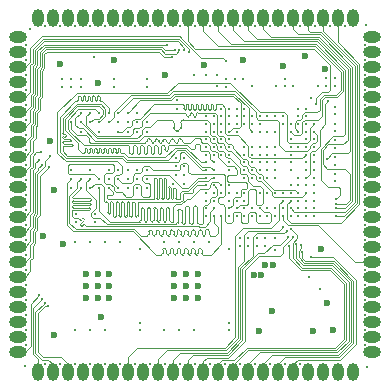
<source format=gbr>
%TF.GenerationSoftware,KiCad,Pcbnew,8.0.1*%
%TF.CreationDate,2024-09-11T08:29:46+07:00*%
%TF.ProjectId,siplex-som-s16,7369706c-6578-42d7-936f-6d2d7331362e,rev?*%
%TF.SameCoordinates,Original*%
%TF.FileFunction,Copper,L3,Inr*%
%TF.FilePolarity,Positive*%
%FSLAX46Y46*%
G04 Gerber Fmt 4.6, Leading zero omitted, Abs format (unit mm)*
G04 Created by KiCad (PCBNEW 8.0.1) date 2024-09-11 08:29:46*
%MOMM*%
%LPD*%
G01*
G04 APERTURE LIST*
%TA.AperFunction,ComponentPad*%
%ADD10O,1.500000X1.000000*%
%TD*%
%TA.AperFunction,ComponentPad*%
%ADD11O,1.000000X1.500000*%
%TD*%
%TA.AperFunction,ViaPad*%
%ADD12C,0.600000*%
%TD*%
%TA.AperFunction,ViaPad*%
%ADD13C,0.300000*%
%TD*%
%TA.AperFunction,Conductor*%
%ADD14C,0.100000*%
%TD*%
G04 APERTURE END LIST*
D10*
%TO.N,PB8*%
%TO.C,J8*%
X125310800Y-84736800D03*
%TO.N,PB9*%
X125310800Y-86006800D03*
%TO.N,PH4*%
X125310800Y-87276800D03*
%TO.N,GND*%
X125310800Y-88546800D03*
%TO.N,PC0*%
X125310800Y-89816800D03*
%TO.N,PC1*%
X125310800Y-91086800D03*
%TO.N,PC4*%
X125310800Y-92356800D03*
%TO.N,PA0*%
X125310800Y-93626800D03*
%TO.N,PA1*%
X125310800Y-94896800D03*
%TO.N,PA4*%
X125310800Y-96166800D03*
%TO.N,PA3*%
X125310800Y-97436800D03*
%TO.N,PA7*%
X125310800Y-98706800D03*
%TO.N,PA6*%
X125310800Y-99976800D03*
%TO.N,PA5*%
X125310800Y-101246800D03*
%TO.N,PB0*%
X125310800Y-102516800D03*
%TO.N,PB1*%
X125310800Y-103786800D03*
%TO.N,PC5*%
X125310800Y-105056800D03*
%TO.N,PB12*%
X125310800Y-106326800D03*
%TO.N,PB10*%
X125310800Y-107596800D03*
%TO.N,PB13*%
X125310800Y-108866800D03*
%TO.N,PB11*%
X125310800Y-110136800D03*
%TO.N,PB14*%
X125310800Y-111406800D03*
%TD*%
%TO.N,/Castellated_holes/SWDIO*%
%TO.C,J5*%
X155310800Y-111406800D03*
%TO.N,/Castellated_holes/SWCLK*%
X155310800Y-110136800D03*
%TO.N,GND*%
X155310800Y-108866800D03*
%TO.N,/Castellated_holes/USB_DN*%
X155310800Y-107596800D03*
%TO.N,/Castellated_holes/USB_DP*%
X155310800Y-106326800D03*
%TO.N,GND*%
X155310800Y-105056800D03*
%TO.N,/Castellated_holes/USB_VBUS_DET*%
X155310800Y-103786800D03*
%TO.N,GND*%
X155310800Y-102516800D03*
%TO.N,/Castellated_holes/LTDC_CLK*%
X155310800Y-101246800D03*
%TO.N,GND*%
X155310800Y-99976800D03*
%TO.N,/Castellated_holes/SWO*%
X155310800Y-98706800D03*
%TO.N,/Castellated_holes/LTDC_R0*%
X155310800Y-97436800D03*
%TO.N,/Castellated_holes/LTDC_R1*%
X155310800Y-96166800D03*
%TO.N,/Castellated_holes/LTDC_R2*%
X155310800Y-94896800D03*
%TO.N,/Castellated_holes/LTDC_R3*%
X155310800Y-93626800D03*
%TO.N,/Castellated_holes/LTDC_R4*%
X155310800Y-92356800D03*
%TO.N,/Castellated_holes/LTDC_R5*%
X155310800Y-91086800D03*
%TO.N,/Castellated_holes/LTDC_R6*%
X155310800Y-89816800D03*
%TO.N,/Castellated_holes/LTDC_R7*%
X155310800Y-88546800D03*
%TO.N,/Castellated_holes/LTDC_G0*%
X155310800Y-87276800D03*
%TO.N,/Castellated_holes/LTDC_G1*%
X155310800Y-86006800D03*
%TO.N,/Castellated_holes/LTDC_G2*%
X155310800Y-84736800D03*
%TD*%
D11*
%TO.N,PB15*%
%TO.C,J9*%
X126975800Y-113071800D03*
%TO.N,PH7*%
X128245800Y-113071800D03*
%TO.N,PD13*%
X129515800Y-113071800D03*
%TO.N,PC6*%
X130785800Y-113071800D03*
%TO.N,PC7*%
X132055800Y-113071800D03*
%TO.N,PC8*%
X133325800Y-113071800D03*
%TO.N,PH14*%
X134595800Y-113071800D03*
%TO.N,GND*%
X135865800Y-113071800D03*
%TO.N,PD2*%
X137135800Y-113071800D03*
%TO.N,PD3*%
X138405800Y-113071800D03*
%TO.N,PD5*%
X139675800Y-113071800D03*
%TO.N,PD6*%
X140945800Y-113071800D03*
%TO.N,PD7*%
X142215800Y-113071800D03*
%TO.N,PI3*%
X143485800Y-113071800D03*
%TO.N,PA15*%
X144755800Y-113071800D03*
%TO.N,PC12*%
X146025800Y-113071800D03*
%TO.N,PG11*%
X147295800Y-113071800D03*
%TO.N,PB4*%
X148565800Y-113071800D03*
%TO.N,VIN*%
X149835800Y-113071800D03*
%TO.N,+3V3*%
X151105800Y-113071800D03*
%TO.N,GND*%
X152375800Y-113071800D03*
X153645800Y-113071800D03*
%TD*%
%TO.N,PB7*%
%TO.C,J7*%
X126975800Y-83071800D03*
%TO.N,PB5*%
X128245800Y-83071800D03*
%TO.N,GND*%
X129515800Y-83071800D03*
%TO.N,VBAT*%
X130785800Y-83071800D03*
%TO.N,/MCU/BOOT0*%
X132055800Y-83071800D03*
%TO.N,/Castellated_holes/LTDC_DE*%
X133325800Y-83071800D03*
%TO.N,/Castellated_holes/LTDC_HSYNC*%
X134595800Y-83071800D03*
%TO.N,/Castellated_holes/LTDC_VSYNC*%
X135865800Y-83071800D03*
%TO.N,GND*%
X137135800Y-83071800D03*
%TO.N,/Castellated_holes/LTDC_B7*%
X138405800Y-83071800D03*
%TO.N,/Castellated_holes/LTDC_B6*%
X139675800Y-83071800D03*
%TO.N,/Castellated_holes/LTDC_B5*%
X140945800Y-83071800D03*
%TO.N,/Castellated_holes/LTDC_B4*%
X142215800Y-83071800D03*
%TO.N,/Castellated_holes/LTDC_B3*%
X143485800Y-83071800D03*
%TO.N,/Castellated_holes/LTDC_B2*%
X144755800Y-83071800D03*
%TO.N,/Castellated_holes/LTDC_B1*%
X146025800Y-83071800D03*
%TO.N,/Castellated_holes/LTDC_B0*%
X147295800Y-83071800D03*
%TO.N,/Castellated_holes/LTDC_G7*%
X148565800Y-83071800D03*
%TO.N,/Castellated_holes/LTDC_G6*%
X149835800Y-83071800D03*
%TO.N,/Castellated_holes/LTDC_G5*%
X151105800Y-83071800D03*
%TO.N,/Castellated_holes/LTDC_G4*%
X152375800Y-83071800D03*
%TO.N,/Castellated_holes/LTDC_G3*%
X153645800Y-83071800D03*
%TD*%
D12*
%TO.N,GND*%
X150952200Y-102692200D03*
X151485600Y-107264200D03*
X151968200Y-109524800D03*
X132334000Y-108432600D03*
X128346200Y-109931200D03*
X128320800Y-97713800D03*
X129133600Y-102260400D03*
X151257000Y-87401400D03*
X149580600Y-86360000D03*
X147701000Y-87172800D03*
X144348200Y-86664800D03*
X141071600Y-87071200D03*
X133400800Y-86690200D03*
X137744200Y-87934800D03*
X132054600Y-88646000D03*
X128854200Y-86969600D03*
D13*
%TO.N,Net-(C1-Pad1)*%
X147040600Y-101780400D03*
X139367200Y-97180400D03*
%TO.N,GND*%
X146420600Y-95991200D03*
X128994000Y-88300600D03*
X142849600Y-112395000D03*
X145120600Y-95991200D03*
X152120600Y-96956200D03*
D12*
X145706800Y-109586700D03*
D13*
X144470600Y-95341200D03*
X145120600Y-94041200D03*
X147878800Y-88239200D03*
X138710400Y-95666200D03*
X154635200Y-89179400D03*
X145770600Y-94691200D03*
X143170600Y-90791200D03*
D12*
X139522200Y-106804600D03*
D13*
X146420600Y-97941200D03*
X145389600Y-112395000D03*
X147070600Y-96641200D03*
X130149600Y-83769200D03*
X154635200Y-101879400D03*
X146420600Y-96641200D03*
X146420600Y-95341200D03*
X147929600Y-83769200D03*
X146227800Y-102377200D03*
D12*
X140522200Y-105804600D03*
D13*
X126009400Y-98069400D03*
X154635200Y-100609400D03*
X147070600Y-91441200D03*
X148370600Y-94691200D03*
X145770600Y-95341200D03*
X143170600Y-95991200D03*
X126009400Y-104419400D03*
X154635200Y-90449400D03*
X144470600Y-95991200D03*
X130149600Y-112395000D03*
X137769600Y-83769200D03*
X145516600Y-102377200D03*
X126009400Y-91719400D03*
X154635200Y-87909400D03*
X129794000Y-88300600D03*
X143170600Y-95341200D03*
D12*
X138522200Y-104804600D03*
X132029200Y-106804600D03*
D13*
X129794400Y-97541200D03*
X154635200Y-110769400D03*
D12*
X131029200Y-106804600D03*
D13*
X141579600Y-112395000D03*
X131745800Y-86385400D03*
D12*
X132029200Y-104804600D03*
D13*
X149199600Y-112395000D03*
X126009400Y-92989400D03*
X147111600Y-88879200D03*
X154635200Y-91719400D03*
D12*
X146801800Y-107924600D03*
D13*
X154635200Y-95529400D03*
X139039600Y-83769200D03*
X144470600Y-94691200D03*
X138710400Y-96367600D03*
X140233400Y-87912000D03*
X129794400Y-95941200D03*
X128879600Y-83769200D03*
X154635200Y-85369400D03*
D12*
X133029200Y-105804600D03*
D13*
X138710400Y-94945200D03*
X147070600Y-94691200D03*
X144470600Y-94041200D03*
X126009400Y-99339400D03*
D12*
X150251800Y-109586700D03*
D13*
X154736800Y-83693000D03*
D12*
X132029200Y-105804600D03*
D13*
X132994400Y-95941200D03*
X126009400Y-90449400D03*
X133959600Y-112395000D03*
X147070600Y-94041200D03*
X152120600Y-90637400D03*
X126009400Y-110769400D03*
X140309600Y-83769200D03*
X127609600Y-83769200D03*
X148615400Y-88873400D03*
X145120600Y-96641200D03*
X131419600Y-112395000D03*
X141579600Y-83769200D03*
X145389600Y-83769200D03*
X151739600Y-83769200D03*
X152120600Y-94904600D03*
X145770600Y-97941200D03*
X139039600Y-112395000D03*
X142520600Y-90791200D03*
X137769600Y-112395000D03*
X154635200Y-108229400D03*
X145770600Y-96641200D03*
X154635200Y-109499400D03*
X128879600Y-112395000D03*
D12*
X138522200Y-105804600D03*
D13*
X125882400Y-112572800D03*
X130133133Y-102048267D03*
X148370600Y-95991200D03*
X126009400Y-101879400D03*
D12*
X131029200Y-104804600D03*
D13*
X126009400Y-86639400D03*
X140309600Y-112395000D03*
X126009400Y-89179400D03*
X146420600Y-94691200D03*
X146659600Y-83769200D03*
X126009400Y-100609400D03*
X142925800Y-88275200D03*
X136194400Y-88300600D03*
X148370600Y-95341200D03*
X153009600Y-83769200D03*
X149199600Y-83769200D03*
X127609600Y-112395000D03*
X126009400Y-109499400D03*
X132689600Y-83769200D03*
X126009400Y-95529400D03*
X138745000Y-90791200D03*
D12*
X140522200Y-104804600D03*
D13*
X143820600Y-92741200D03*
X147040600Y-102740400D03*
X154863800Y-112674400D03*
X144470600Y-96641200D03*
X138407200Y-97180400D03*
D12*
X127381000Y-101549200D03*
D13*
X145770600Y-94041200D03*
X152120600Y-92059800D03*
X131419600Y-83769200D03*
X145120600Y-95341200D03*
X126314200Y-84074000D03*
X126009400Y-103149400D03*
D12*
X133029200Y-104804600D03*
D13*
X135631400Y-108914600D03*
X143124400Y-108914600D03*
X150469600Y-83769200D03*
X126009400Y-94259400D03*
X133394400Y-88300600D03*
X147929600Y-112395000D03*
X154635200Y-103149400D03*
D12*
X139522200Y-104804600D03*
D13*
X144094200Y-102377200D03*
X126009400Y-85369400D03*
X154635200Y-98069400D03*
X154635200Y-96799400D03*
X154635200Y-99339400D03*
X154635200Y-86639400D03*
X142113000Y-88897400D03*
X150901400Y-106047000D03*
X132194400Y-92741200D03*
X145120600Y-94691200D03*
X147070600Y-95991200D03*
X146659600Y-112395000D03*
X145770600Y-95991200D03*
X138745000Y-90068400D03*
X136194400Y-97541200D03*
X126009400Y-108229400D03*
X130194400Y-100370600D03*
X144795600Y-102377200D03*
X126009400Y-106959400D03*
X126009400Y-87909400D03*
X136499600Y-112395000D03*
X144119600Y-83769200D03*
X130594000Y-88300600D03*
X154635200Y-104419400D03*
X154635200Y-94259400D03*
X146420600Y-94041200D03*
X131394400Y-95941200D03*
X148370600Y-93391200D03*
X145071600Y-88879200D03*
X131794400Y-100370600D03*
X150655400Y-88873400D03*
X132689600Y-112395000D03*
X154635200Y-92989400D03*
X152120600Y-93482200D03*
X154635200Y-105689400D03*
X142849600Y-83769200D03*
D12*
X140522200Y-106804600D03*
D13*
X133959600Y-83769200D03*
X154635200Y-106959400D03*
X136499600Y-83769200D03*
X126009400Y-96799400D03*
X146420600Y-91441200D03*
X151409400Y-88209600D03*
X137617200Y-102054600D03*
X126009400Y-105689400D03*
D12*
X131029200Y-105804600D03*
D13*
X147070600Y-95341200D03*
D12*
X138522200Y-106804600D03*
X133029200Y-106804600D03*
D13*
X144339000Y-88279800D03*
D12*
X128041400Y-93522800D03*
X139522200Y-105804600D03*
D13*
X144119600Y-112395000D03*
X135229600Y-112395000D03*
X147070600Y-97941200D03*
X135229600Y-83769200D03*
X130594400Y-92741200D03*
%TO.N,+3V3*%
X147878800Y-88879200D03*
X143637000Y-88279800D03*
X133394400Y-88940600D03*
X152120600Y-91277400D03*
X146227800Y-101737200D03*
X141173200Y-87907000D03*
X152120600Y-92699800D03*
X128994000Y-88940600D03*
X131794400Y-99730600D03*
X130194400Y-99730600D03*
X139350400Y-96367600D03*
X135631400Y-102694600D03*
X142925800Y-88915200D03*
X152120600Y-94122200D03*
X143124400Y-109554600D03*
X142113000Y-87937400D03*
X130594000Y-88940600D03*
X139350400Y-95666200D03*
X152120600Y-95544600D03*
X152120600Y-88209600D03*
X144795600Y-101737200D03*
X152120600Y-96316200D03*
X145516600Y-101737200D03*
X149936200Y-105027000D03*
X129794000Y-88940600D03*
D12*
X145897600Y-104902000D03*
X145237200Y-104902000D03*
D13*
X144094200Y-101737200D03*
D12*
X146227800Y-104013000D03*
D13*
X143124400Y-102694600D03*
X139350400Y-94945200D03*
D12*
X146913600Y-104013000D03*
D13*
X135631400Y-109554600D03*
X136194400Y-88940600D03*
%TO.N,Net-(U1-PDR_ON)*%
X149020600Y-94041200D03*
X152120600Y-88849600D03*
%TO.N,/MCU/BOOT0*%
X151409400Y-88849600D03*
X148370600Y-94041200D03*
%TO.N,/Castellated_holes/LTDC_G5*%
X147720600Y-99241200D03*
X152196800Y-99852200D03*
%TO.N,/Castellated_holes/LTDC_G7*%
X152196800Y-99241200D03*
X149020600Y-99241200D03*
%TO.N,/Castellated_holes/LTDC_B1*%
X151434800Y-95021400D03*
X149670600Y-95341200D03*
%TO.N,/Castellated_holes/LTDC_R4*%
X143820600Y-98591200D03*
%TO.N,unconnected-(U1-PH6-PadM11)*%
X143170600Y-97291200D03*
%TO.N,/Castellated_holes/LTDC_R0*%
X150320600Y-95341200D03*
%TO.N,/Castellated_holes/LTDC_B4*%
X148370600Y-92741200D03*
%TO.N,/Castellated_holes/LTDC_G1*%
X149670600Y-92091200D03*
%TO.N,/Castellated_holes/LTDC_R3*%
X143170600Y-98591200D03*
%TO.N,/Castellated_holes/LTDC_G0*%
X149670600Y-91441200D03*
%TO.N,unconnected-(U1-PA10-PadD15)*%
X148370600Y-99891200D03*
%TO.N,/Castellated_holes/LTDC_R2*%
X149670600Y-99241200D03*
%TO.N,/Castellated_holes/LTDC_CLK*%
X145120600Y-99241200D03*
%TO.N,/Castellated_holes/LTDC_VSYNC*%
X148370600Y-92091200D03*
%TO.N,/Castellated_holes/LTDC_B2*%
X152196800Y-98841197D03*
X147070600Y-99241200D03*
%TO.N,/Castellated_holes/LTDC_G4*%
X148370600Y-98591200D03*
%TO.N,/Castellated_holes/LTDC_R1*%
X141870600Y-91441200D03*
%TO.N,/Castellated_holes/LTDC_R5*%
X143820600Y-97941200D03*
%TO.N,/Castellated_holes/LTDC_G2*%
X147720600Y-97941200D03*
%TO.N,/Castellated_holes/LTDC_R7*%
X145120600Y-99891200D03*
%TO.N,unconnected-(U1-PH8-PadM12)*%
X143170600Y-97941200D03*
%TO.N,/Castellated_holes/LTDC_B6*%
X149020600Y-92091200D03*
X150557833Y-90353632D03*
%TO.N,VBAT*%
X149020600Y-90791200D03*
%TO.N,/Castellated_holes/LTDC_G6*%
X148370600Y-99241200D03*
%TO.N,/Castellated_holes/LTDC_R6*%
X144470600Y-97941200D03*
%TO.N,/Castellated_holes/LTDC_B7*%
X149020600Y-91441200D03*
%TO.N,/Castellated_holes/LTDC_HSYNC*%
X147720600Y-92091200D03*
X150139400Y-89916000D03*
%TO.N,unconnected-(U1-PG3-PadK15)*%
X144470600Y-99891200D03*
%TO.N,/Castellated_holes/LTDC_B3*%
X152196800Y-98441194D03*
X147070600Y-99891200D03*
%TO.N,/Castellated_holes/LTDC_B0*%
X149670600Y-90791200D03*
%TO.N,/Castellated_holes/LTDC_DE*%
X143820600Y-90791200D03*
%TO.N,/Castellated_holes/LTDC_G3*%
X149670600Y-96641200D03*
X151547080Y-90116054D03*
%TO.N,/Castellated_holes/LTDC_B5*%
X149020600Y-92741200D03*
%TO.N,/MCU/SDRAM_A12*%
X143820600Y-99891200D03*
X134594400Y-97541200D03*
%TO.N,/MCU/SDRAM_A8*%
X135394400Y-97541200D03*
X141220600Y-94691200D03*
%TO.N,/MCU/SDRAM_DQ13*%
X141870600Y-99891200D03*
X130594400Y-96741200D03*
%TO.N,/MCU/SDRAM_CKE*%
X143170600Y-93391200D03*
X133794400Y-95941200D03*
%TO.N,/MCU/SDRAM_DQ6*%
X141870600Y-95991200D03*
X132194400Y-91941200D03*
%TO.N,/MCU/SDRAM_A5*%
X144470600Y-92091200D03*
X136194400Y-96741200D03*
%TO.N,/MCU/SDRAM_DQ0*%
X129794400Y-91941200D03*
X143170600Y-99241200D03*
%TO.N,/MCU/SDRAM_DQMH*%
X150320600Y-92091200D03*
X133794400Y-97541200D03*
%TO.N,/MCU/SDRAM_DQ14*%
X130594400Y-97541200D03*
X141870600Y-99241200D03*
%TO.N,/MCU/SDRAM_A7*%
X142520600Y-94041200D03*
X135394400Y-96741200D03*
%TO.N,/MCU/SDRAM_A2*%
X136194400Y-91941200D03*
X145770600Y-91441200D03*
%TO.N,/MCU/SDRAM_DQ12*%
X131394400Y-97541200D03*
X141220600Y-97291200D03*
%TO.N,/MCU/SDRAM_A6*%
X135394400Y-95941200D03*
X141870600Y-94041200D03*
%TO.N,/MCU/SDRAM_A9*%
X141870600Y-94691200D03*
X134594400Y-95941200D03*
%TO.N,/MCU/~{SDRAM_RAS}*%
X141220600Y-94041200D03*
X133794400Y-91941200D03*
%TO.N,/MCU/SDRAM_DQ7*%
X132994400Y-91141200D03*
X141220600Y-95991200D03*
%TO.N,/MCU/SDRAM_A1*%
X145770600Y-92091200D03*
X135394400Y-91941200D03*
%TO.N,/MCU/SDRAM_DQ3*%
X149020600Y-97941200D03*
X131394400Y-91141200D03*
%TO.N,/MCU/~{SDRAM_CAS}*%
X149670600Y-94691200D03*
X133794400Y-92741200D03*
%TO.N,/MCU/SDRAM_DQ15*%
X129794400Y-96741200D03*
X142520600Y-99891200D03*
%TO.N,/MCU/SDRAM_A11*%
X143170600Y-94691200D03*
X134594400Y-96741200D03*
%TO.N,/MCU/SDRAM_DQ5*%
X141870600Y-95341200D03*
X132194400Y-91141200D03*
%TO.N,/MCU/SDRAM_A10*%
X142520600Y-94691200D03*
X135394400Y-91141200D03*
%TO.N,/MCU/SDRAM_A0*%
X135394400Y-92741200D03*
X147720600Y-91441200D03*
%TO.N,/MCU/~{SDRAM_WE}*%
X145120600Y-92741200D03*
X133794400Y-91141200D03*
%TO.N,/MCU/SDRAM_DQML*%
X132994400Y-91941200D03*
X150320600Y-92741200D03*
%TO.N,/MCU/SDRAM_DQ4*%
X141220600Y-95341200D03*
X131394400Y-91941200D03*
%TO.N,/MCU/SDRAM_DQ9*%
X141220600Y-96641200D03*
X132194400Y-96741200D03*
%TO.N,/MCU/SDRAM_DQ8*%
X132994400Y-97541200D03*
X141870600Y-96641200D03*
%TO.N,/MCU/SDRAM_DQ10*%
X142520600Y-97291200D03*
X132194400Y-97541200D03*
%TO.N,/MCU/SDRAM_BA1*%
X144470600Y-98591200D03*
X134594400Y-91941200D03*
%TO.N,/MCU/SDRAM_A4*%
X145120600Y-92091200D03*
X136194400Y-95941200D03*
%TO.N,/MCU/SDRAM_DQ1*%
X143820600Y-99241200D03*
X130594400Y-91141200D03*
%TO.N,/MCU/SDRAM_CLK*%
X145770600Y-99241200D03*
X133794400Y-96741200D03*
%TO.N,/MCU/SDRAM_A3*%
X145120600Y-91441200D03*
X136194400Y-92741200D03*
%TO.N,/MCU/SDRAM_DQ2*%
X130594400Y-91941200D03*
X149670600Y-97941200D03*
%TO.N,/MCU/SDRAM_BA0*%
X134594400Y-92741200D03*
X144470600Y-99241200D03*
%TO.N,/MCU/~{SDRAM_CS}*%
X134594400Y-91141200D03*
X143170600Y-92741200D03*
%TO.N,unconnected-(U2-NC-PadE2)*%
X132994400Y-96741200D03*
%TO.N,/MCU/SDRAM_DQ11*%
X131394400Y-96741200D03*
X141870600Y-97291200D03*
%TO.N,/Castellated_holes/USB_DN*%
X149020600Y-99891200D03*
%TO.N,/Castellated_holes/USB_DP*%
X149670600Y-99891200D03*
%TO.N,/MCU/~{FLASH_BK1_CS}*%
X149670600Y-94041200D03*
X133934200Y-102054600D03*
%TO.N,/MCU/~{FLASH_BK2_CS}*%
X149670600Y-98591200D03*
X141427200Y-102054600D03*
%TO.N,/MCU/FLASH_BK1_IO1*%
X143820600Y-91441200D03*
X132664200Y-102054600D03*
%TO.N,/MCU/FLASH_BK1_IO0*%
X143820600Y-92091200D03*
X130124200Y-109554600D03*
%TO.N,/MCU/FLASH_BK2_IO1*%
X146420600Y-92741200D03*
X140157200Y-102054600D03*
%TO.N,/MCU/FLASH_BK1_IO2*%
X144470600Y-90791200D03*
X131394200Y-102054600D03*
%TO.N,/MCU/FLASH_CLK*%
X143170600Y-94041200D03*
X131394200Y-109554600D03*
X138887200Y-109554600D03*
%TO.N,/MCU/FLASH_BK1_IO3*%
X144470600Y-91441200D03*
X132664200Y-109554600D03*
%TO.N,/MCU/FLASH_BK2_IO3*%
X140157200Y-109554600D03*
X150320600Y-94691200D03*
%TO.N,/MCU/FLASH_BK2_IO2*%
X149020600Y-96641200D03*
X138887200Y-102054600D03*
%TO.N,/MCU/FLASH_BK2_IO0*%
X147070600Y-92741200D03*
X137617200Y-109554600D03*
%TO.N,PB7*%
X149670600Y-93391200D03*
%TO.N,PB5*%
X150320600Y-94041200D03*
%TO.N,PB8*%
X150320600Y-93391200D03*
%TO.N,PB9*%
X149670600Y-92741200D03*
%TO.N,/Castellated_holes/SWCLK*%
X150320600Y-99241200D03*
%TO.N,/Castellated_holes/SWO*%
X150320600Y-96641200D03*
%TO.N,/Castellated_holes/SWDIO*%
X150320600Y-99891200D03*
%TO.N,/Castellated_holes/USB_VBUS_DET*%
X147720600Y-99891200D03*
%TO.N,PH4*%
X142875800Y-86766400D03*
X145770600Y-92741200D03*
%TO.N,PC1*%
X143170600Y-92091200D03*
X139369800Y-85816802D03*
%TO.N,PC0*%
X143170600Y-91441200D03*
X139750800Y-86004400D03*
%TO.N,PC4*%
X142520600Y-93391200D03*
X137942827Y-85374000D03*
%TO.N,PC5*%
X127897600Y-95762000D03*
X141870600Y-93391200D03*
%TO.N,PA1*%
X142520600Y-91441200D03*
X138969797Y-85816802D03*
%TO.N,PA4*%
X138314054Y-86429390D03*
X142520600Y-92741200D03*
%TO.N,PA0*%
X138569992Y-85829390D03*
X142520600Y-92091200D03*
%TO.N,PA7*%
X141220600Y-92091200D03*
%TO.N,PA3*%
X141220600Y-91441200D03*
%TO.N,PA6*%
X141870600Y-92091200D03*
X127203200Y-94462600D03*
%TO.N,PA5*%
X127050800Y-95097600D03*
X141870600Y-92741200D03*
%TO.N,PB0*%
X127297600Y-95521526D03*
X141220600Y-93391200D03*
%TO.N,PB1*%
X141220600Y-92741200D03*
X127990600Y-94788000D03*
%TO.N,PB11*%
X141220600Y-98591200D03*
%TO.N,PB10*%
X141220600Y-97941200D03*
%TO.N,PB13*%
X141870600Y-98591200D03*
%TO.N,PB12*%
X141870600Y-97941200D03*
%TO.N,PB14*%
X127068200Y-106599000D03*
X141220600Y-99241200D03*
%TO.N,PB15*%
X141220600Y-99891200D03*
X127315903Y-106913078D03*
%TO.N,PD13*%
X143170600Y-99891200D03*
X127842670Y-107518357D03*
%TO.N,PH7*%
X127584200Y-107213078D03*
X142520600Y-97941200D03*
%TO.N,PC7*%
X146420600Y-99891200D03*
%TO.N,PC6*%
X145770600Y-99891200D03*
%TO.N,PC8*%
X146420600Y-99241200D03*
%TO.N,PH14*%
X147720600Y-98591200D03*
%TO.N,PC12*%
X149292795Y-102328553D03*
X150320600Y-97941200D03*
%TO.N,PI3*%
X149020600Y-98591200D03*
X148400302Y-100957000D03*
%TO.N,PD6*%
X148562967Y-101649167D03*
X149670600Y-97291200D03*
%TO.N,PD7*%
X148241700Y-102394700D03*
X150320600Y-97291200D03*
%TO.N,PD5*%
X148132800Y-101650800D03*
X149020600Y-97291200D03*
%TO.N,PA15*%
X150320600Y-98591200D03*
X148844000Y-102260400D03*
%TO.N,PB4*%
X150139400Y-103352600D03*
X150320600Y-95991200D03*
%TO.N,PD2*%
X148370600Y-97941200D03*
X147728590Y-100787200D03*
%TO.N,PG11*%
X149354400Y-102948600D03*
X149670600Y-95991200D03*
%TO.N,PD3*%
X148032052Y-101113184D03*
X148370600Y-97291200D03*
%TD*%
D14*
%TO.N,/Castellated_holes/LTDC_G5*%
X152196800Y-99852200D02*
X152925158Y-99852200D01*
X154003400Y-98773958D02*
X154003400Y-87074401D01*
X152925158Y-99852200D02*
X154003400Y-98773958D01*
X151105800Y-84176800D02*
X151105800Y-83071800D01*
X154003400Y-87074401D02*
X151105800Y-84176800D01*
%TO.N,/Castellated_holes/LTDC_G7*%
X148565800Y-84049800D02*
X148565800Y-83071800D01*
X150865915Y-84502600D02*
X149018600Y-84502600D01*
X153603400Y-98608274D02*
X153603400Y-87240085D01*
X152970474Y-99241200D02*
X153603400Y-98608274D01*
X152196800Y-99241200D02*
X152970474Y-99241200D01*
X153603400Y-87240085D02*
X150865915Y-84502600D01*
X149018600Y-84502600D02*
X148565800Y-84049800D01*
%TO.N,/Castellated_holes/LTDC_B1*%
X151434800Y-95021400D02*
X151917400Y-94538800D01*
X153403400Y-87322927D02*
X150783073Y-84702600D01*
X146678600Y-84702600D02*
X146025800Y-84049800D01*
X153212800Y-94538800D02*
X153403400Y-94348200D01*
X146025800Y-84049800D02*
X146025800Y-83071800D01*
X151917400Y-94538800D02*
X153212800Y-94538800D01*
X153403400Y-94348200D02*
X153403400Y-87322927D01*
X150783073Y-84702600D02*
X146678600Y-84702600D01*
%TO.N,/Castellated_holes/LTDC_B4*%
X152301842Y-89814400D02*
X152803400Y-89312842D01*
X152803400Y-87571453D02*
X150534547Y-85302600D01*
X150723600Y-91770200D02*
X151057000Y-91436800D01*
X149147800Y-93041200D02*
X149370600Y-92818400D01*
X142215800Y-84176800D02*
X142215800Y-83071800D01*
X151311242Y-89814400D02*
X152301842Y-89814400D01*
X151057000Y-90068642D02*
X151311242Y-89814400D01*
X149370600Y-92818400D02*
X149370600Y-91954800D01*
X151057000Y-91436800D02*
X151057000Y-90068642D01*
X149555200Y-91770200D02*
X150723600Y-91770200D01*
X143341600Y-85302600D02*
X142215800Y-84176800D01*
X149370600Y-91954800D02*
X149555200Y-91770200D01*
X152803400Y-89312842D02*
X152803400Y-87571453D01*
X148670600Y-93041200D02*
X149147800Y-93041200D01*
X150534547Y-85302600D02*
X143341600Y-85302600D01*
X148370600Y-92741200D02*
X148670600Y-93041200D01*
%TO.N,/Castellated_holes/LTDC_B2*%
X151485600Y-95859600D02*
X151130000Y-95504000D01*
X151130000Y-95504000D02*
X151130000Y-94259400D01*
X153403400Y-98525432D02*
X153403400Y-96304200D01*
X144755800Y-84151400D02*
X144755800Y-83071800D01*
X151130000Y-94259400D02*
X151567200Y-93822200D01*
X152196800Y-98841197D02*
X153087635Y-98841197D01*
X152853200Y-93822200D02*
X153203400Y-93472000D01*
X153203400Y-93472000D02*
X153203400Y-87405769D01*
X153403400Y-96304200D02*
X152958800Y-95859600D01*
X153087635Y-98841197D02*
X153403400Y-98525432D01*
X145507000Y-84902600D02*
X144755800Y-84151400D01*
X150700231Y-84902600D02*
X145507000Y-84902600D01*
X153203400Y-87405769D02*
X150700231Y-84902600D01*
X151567200Y-93822200D02*
X152853200Y-93822200D01*
X152958800Y-95859600D02*
X151485600Y-95859600D01*
%TO.N,/Castellated_holes/LTDC_G4*%
X154203400Y-86991559D02*
X154203400Y-98856801D01*
X152375800Y-85163958D02*
X154203400Y-86991559D01*
X148070600Y-100115400D02*
X148070600Y-98891200D01*
X148070600Y-98891200D02*
X148370600Y-98591200D01*
X154203400Y-98856801D02*
X152603200Y-100457000D01*
X148412200Y-100457000D02*
X148070600Y-100115400D01*
X152603200Y-100457000D02*
X148412200Y-100457000D01*
X152375800Y-83071800D02*
X152375800Y-85163958D01*
%TO.N,/Castellated_holes/LTDC_B6*%
X151739600Y-87073337D02*
X150368863Y-85702600D01*
X151560200Y-89414400D02*
X151739600Y-89235000D01*
X139675800Y-85072683D02*
X139675800Y-83071800D01*
X151739600Y-89235000D02*
X151739600Y-87073337D01*
X151047400Y-89414400D02*
X151560200Y-89414400D01*
X150557833Y-90353632D02*
X150557833Y-89903967D01*
X150368863Y-85702600D02*
X140305716Y-85702600D01*
X150557833Y-89903967D02*
X151047400Y-89414400D01*
X140305716Y-85702600D02*
X139675800Y-85072683D01*
%TO.N,/Castellated_holes/LTDC_G6*%
X152953316Y-99541200D02*
X153803400Y-98691116D01*
X149835800Y-84100600D02*
X149835800Y-83071800D01*
X150948757Y-84302600D02*
X150037800Y-84302600D01*
X148670600Y-99541200D02*
X152953316Y-99541200D01*
X153803400Y-98691116D02*
X153803400Y-87157243D01*
X148370600Y-99241200D02*
X148670600Y-99541200D01*
X153803400Y-87157243D02*
X150948757Y-84302600D01*
X150037800Y-84302600D02*
X149835800Y-84100600D01*
%TO.N,/Castellated_holes/LTDC_B3*%
X150930000Y-96802600D02*
X150930000Y-94176558D01*
X144437000Y-85102600D02*
X143485800Y-84151400D01*
X150617389Y-85102600D02*
X144437000Y-85102600D01*
X151536400Y-97409000D02*
X150930000Y-96802600D01*
X152196800Y-98441194D02*
X152552400Y-98085594D01*
X152425400Y-97409000D02*
X151536400Y-97409000D01*
X143485800Y-84151400D02*
X143485800Y-83071800D01*
X150930000Y-94176558D02*
X151990158Y-93116400D01*
X152552400Y-97536000D02*
X152425400Y-97409000D01*
X151990158Y-93116400D02*
X152781000Y-93116400D01*
X153003400Y-92894000D02*
X153003400Y-87488611D01*
X153003400Y-87488611D02*
X150617389Y-85102600D01*
X152781000Y-93116400D02*
X153003400Y-92894000D01*
X152552400Y-98085594D02*
X152552400Y-97536000D01*
%TO.N,/Castellated_holes/LTDC_G3*%
X151257000Y-92125800D02*
X151257000Y-90406134D01*
X149670600Y-96641200D02*
X150020600Y-96291200D01*
X150020600Y-96291200D02*
X150020600Y-94566935D01*
X150020600Y-94566935D02*
X150226535Y-94361000D01*
X150825200Y-92557600D02*
X151257000Y-92125800D01*
X151257000Y-90406134D02*
X151547080Y-90116054D01*
X150444200Y-94361000D02*
X150825200Y-93980000D01*
X150825200Y-93980000D02*
X150825200Y-92557600D01*
X150226535Y-94361000D02*
X150444200Y-94361000D01*
%TO.N,/Castellated_holes/LTDC_B5*%
X152603400Y-89230000D02*
X152603400Y-87654295D01*
X152603400Y-87654295D02*
X150451705Y-85502600D01*
X149370600Y-91316935D02*
X149577735Y-91109800D01*
X148720600Y-92441200D02*
X148720600Y-91966935D01*
X150647400Y-91109800D02*
X150857000Y-90900200D01*
X140945800Y-84227600D02*
X140945800Y-83071800D01*
X149577735Y-91109800D02*
X150647400Y-91109800D01*
X150451705Y-85502600D02*
X142220800Y-85502600D01*
X150857000Y-89985800D02*
X151228400Y-89614400D01*
X149194865Y-91741200D02*
X149370600Y-91565465D01*
X151228400Y-89614400D02*
X152219000Y-89614400D01*
X149370600Y-91565465D02*
X149370600Y-91316935D01*
X150857000Y-90900200D02*
X150857000Y-89985800D01*
X152219000Y-89614400D02*
X152603400Y-89230000D01*
X149020600Y-92741200D02*
X148720600Y-92441200D01*
X148720600Y-91966935D02*
X148946335Y-91741200D01*
X142220800Y-85502600D02*
X140945800Y-84227600D01*
X148946335Y-91741200D02*
X149194865Y-91741200D01*
%TO.N,/MCU/SDRAM_DQ13*%
X139549524Y-101052495D02*
X139489524Y-101052495D01*
X136249524Y-101554600D02*
X136189524Y-101554600D01*
X137149524Y-101052474D02*
X137089524Y-101052474D01*
X136969524Y-101172474D02*
X136969524Y-101434600D01*
X138049524Y-101554600D02*
X137989524Y-101554600D01*
X137449524Y-101554600D02*
X137389524Y-101554600D01*
X130171616Y-100964816D02*
X129638400Y-100431600D01*
X130294400Y-97543600D02*
X130294400Y-97041200D01*
X135856180Y-101554600D02*
X135692200Y-101554600D01*
X141169524Y-101122478D02*
X141169524Y-101434600D01*
X139249524Y-101554600D02*
X139189524Y-101554600D01*
X129638400Y-100431600D02*
X129638400Y-98199600D01*
X141049524Y-101554600D02*
X140989524Y-101554600D01*
X136369524Y-101172495D02*
X136369524Y-101434600D01*
X141870600Y-100507800D02*
X142189200Y-100826400D01*
X136189524Y-101554600D02*
X135856180Y-101554600D01*
X135692200Y-101554600D02*
X135102416Y-100964816D01*
X129638400Y-98199600D02*
X130294400Y-97543600D01*
X141349524Y-101002478D02*
X141289524Y-101002478D01*
X140869524Y-101434600D02*
X140869524Y-101172495D01*
X139969524Y-101172495D02*
X139969524Y-101434600D01*
X140749524Y-101052495D02*
X140689524Y-101052495D01*
X139849524Y-101554600D02*
X139789524Y-101554600D01*
X135102416Y-100964816D02*
X130171616Y-100964816D01*
X138649524Y-101554600D02*
X138589524Y-101554600D01*
X140569524Y-101172495D02*
X140569524Y-101434600D01*
X137569524Y-101172474D02*
X137569524Y-101434600D01*
X137869524Y-101434600D02*
X137869524Y-101172474D01*
X130294400Y-97041200D02*
X130594400Y-96741200D01*
X138469524Y-101434600D02*
X138469524Y-101172495D01*
X140269524Y-101434600D02*
X140269524Y-101172495D01*
X137269524Y-101434600D02*
X137269524Y-101172474D01*
X136549524Y-101052495D02*
X136489524Y-101052495D01*
X139369524Y-101172495D02*
X139369524Y-101434600D01*
X142189200Y-100826400D02*
X142189200Y-101346000D01*
X139069524Y-101434600D02*
X139069524Y-101172495D01*
X139669524Y-101434600D02*
X139669524Y-101172495D01*
X142189200Y-101346000D02*
X141980600Y-101554600D01*
X138349524Y-101052495D02*
X138289524Y-101052495D01*
X141870600Y-99891200D02*
X141870600Y-100507800D01*
X141980600Y-101554600D02*
X141589524Y-101554600D01*
X140449524Y-101554600D02*
X140389524Y-101554600D01*
X136669524Y-101434600D02*
X136669524Y-101172495D01*
X140149524Y-101052495D02*
X140089524Y-101052495D01*
X136849524Y-101554600D02*
X136789524Y-101554600D01*
X138949524Y-101052495D02*
X138889524Y-101052495D01*
X138769524Y-101172495D02*
X138769524Y-101434600D01*
X141469524Y-101434600D02*
X141469524Y-101122478D01*
X138169524Y-101172495D02*
X138169524Y-101434600D01*
X137749524Y-101052474D02*
X137689524Y-101052474D01*
X136369524Y-101434600D02*
G75*
G02*
X136249524Y-101554624I-120024J0D01*
G01*
X141289524Y-101002478D02*
G75*
G03*
X141169478Y-101122478I-24J-120022D01*
G01*
X139489524Y-101052495D02*
G75*
G03*
X139369495Y-101172495I-24J-120005D01*
G01*
X137389524Y-101554600D02*
G75*
G02*
X137269500Y-101434600I-24J120000D01*
G01*
X137089524Y-101052474D02*
G75*
G03*
X136969474Y-101172474I-24J-120026D01*
G01*
X139789524Y-101554600D02*
G75*
G02*
X139669500Y-101434600I-24J120000D01*
G01*
X136969524Y-101434600D02*
G75*
G02*
X136849524Y-101554624I-120024J0D01*
G01*
X139669524Y-101172495D02*
G75*
G03*
X139549524Y-101052476I-120024J-5D01*
G01*
X137989524Y-101554600D02*
G75*
G02*
X137869500Y-101434600I-24J120000D01*
G01*
X137569524Y-101434600D02*
G75*
G02*
X137449524Y-101554624I-120024J0D01*
G01*
X139369524Y-101434600D02*
G75*
G02*
X139249524Y-101554624I-120024J0D01*
G01*
X136489524Y-101052495D02*
G75*
G03*
X136369495Y-101172495I-24J-120005D01*
G01*
X137869524Y-101172474D02*
G75*
G03*
X137749524Y-101052476I-120024J-26D01*
G01*
X138289524Y-101052495D02*
G75*
G03*
X138169495Y-101172495I-24J-120005D01*
G01*
X140269524Y-101172495D02*
G75*
G03*
X140149524Y-101052476I-120024J-5D01*
G01*
X141169524Y-101434600D02*
G75*
G02*
X141049524Y-101554624I-120024J0D01*
G01*
X140989524Y-101554600D02*
G75*
G02*
X140869500Y-101434600I-24J120000D01*
G01*
X138169524Y-101434600D02*
G75*
G02*
X138049524Y-101554624I-120024J0D01*
G01*
X140869524Y-101172495D02*
G75*
G03*
X140749524Y-101052476I-120024J-5D01*
G01*
X137269524Y-101172474D02*
G75*
G03*
X137149524Y-101052476I-120024J-26D01*
G01*
X136669524Y-101172495D02*
G75*
G03*
X136549524Y-101052476I-120024J-5D01*
G01*
X140389524Y-101554600D02*
G75*
G02*
X140269500Y-101434600I-24J120000D01*
G01*
X139069524Y-101172495D02*
G75*
G03*
X138949524Y-101052476I-120024J-5D01*
G01*
X141589524Y-101554600D02*
G75*
G02*
X141469500Y-101434600I-24J120000D01*
G01*
X140689524Y-101052495D02*
G75*
G03*
X140569495Y-101172495I-24J-120005D01*
G01*
X138889524Y-101052495D02*
G75*
G03*
X138769495Y-101172495I-24J-120005D01*
G01*
X136789524Y-101554600D02*
G75*
G02*
X136669500Y-101434600I-24J120000D01*
G01*
X138469524Y-101172495D02*
G75*
G03*
X138349524Y-101052476I-120024J-5D01*
G01*
X141469524Y-101122478D02*
G75*
G03*
X141349524Y-101002476I-120024J-22D01*
G01*
X137689524Y-101052474D02*
G75*
G03*
X137569474Y-101172474I-24J-120026D01*
G01*
X138589524Y-101554600D02*
G75*
G02*
X138469500Y-101434600I-24J120000D01*
G01*
X138769524Y-101434600D02*
G75*
G02*
X138649524Y-101554624I-120024J0D01*
G01*
X139189524Y-101554600D02*
G75*
G02*
X139069500Y-101434600I-24J120000D01*
G01*
X140089524Y-101052495D02*
G75*
G03*
X139969495Y-101172495I-24J-120005D01*
G01*
X140569524Y-101434600D02*
G75*
G02*
X140449524Y-101554624I-120024J0D01*
G01*
X139969524Y-101434600D02*
G75*
G02*
X139849524Y-101554624I-120024J0D01*
G01*
%TO.N,/MCU/SDRAM_DQ6*%
X129692800Y-93568522D02*
X129162800Y-93568522D01*
X129972800Y-93848522D02*
X129972800Y-93888522D01*
X132194400Y-91941200D02*
X132694400Y-91441200D01*
X129292800Y-93168522D02*
X129162800Y-93168522D01*
X140874358Y-95691200D02*
X141570600Y-95691200D01*
X129082800Y-94408358D02*
X129441842Y-94767400D01*
X129082800Y-93648522D02*
X129082800Y-93688522D01*
X139474158Y-94291000D02*
X140874358Y-95691200D01*
X129892800Y-93968522D02*
X129162800Y-93968522D01*
X129082800Y-94205243D02*
X129082800Y-94408358D01*
X134166243Y-94767400D02*
X134469321Y-95070478D01*
X134499642Y-95100800D02*
X137969600Y-95100800D01*
X132694400Y-91441200D02*
X132694400Y-90784400D01*
X129082800Y-94088522D02*
X129082800Y-94205243D01*
X137969600Y-95100800D02*
X138779400Y-94291000D01*
X129772800Y-93448522D02*
X129772800Y-93488522D01*
X138779400Y-94291000D02*
X139474158Y-94291000D01*
X129441842Y-94767400D02*
X134166243Y-94767400D01*
X134469321Y-95070478D02*
X134499642Y-95100800D01*
X130251200Y-90373200D02*
X129082800Y-91541600D01*
X129082800Y-93248522D02*
X129082800Y-93288522D01*
X129082800Y-94048522D02*
X129082800Y-94088522D01*
X129162800Y-93768522D02*
X129892800Y-93768522D01*
X132694400Y-90784400D02*
X132283200Y-90373200D01*
X132283200Y-90373200D02*
X130251200Y-90373200D01*
X129372800Y-93048522D02*
X129372800Y-93088522D01*
X129162800Y-93368522D02*
X129692800Y-93368522D01*
X129162800Y-92968522D02*
X129292800Y-92968522D01*
X129082800Y-91541600D02*
X129082800Y-92888522D01*
X141570600Y-95691200D02*
X141870600Y-95991200D01*
X129372800Y-93088522D02*
G75*
G02*
X129292800Y-93168500I-80000J22D01*
G01*
X129162800Y-93168522D02*
G75*
G03*
X129082822Y-93248522I0J-79978D01*
G01*
X129292800Y-92968522D02*
G75*
G02*
X129372778Y-93048522I0J-79978D01*
G01*
X129162800Y-93968522D02*
G75*
G03*
X129082822Y-94048522I0J-79978D01*
G01*
X129772800Y-93488522D02*
G75*
G02*
X129692800Y-93568500I-80000J22D01*
G01*
X129162800Y-93568522D02*
G75*
G03*
X129082822Y-93648522I0J-79978D01*
G01*
X129082800Y-93688522D02*
G75*
G03*
X129162800Y-93768500I80000J22D01*
G01*
X129082800Y-92888522D02*
G75*
G03*
X129162800Y-92968500I80000J22D01*
G01*
X129082800Y-93288522D02*
G75*
G03*
X129162800Y-93368500I80000J22D01*
G01*
X129692800Y-93368522D02*
G75*
G02*
X129772778Y-93448522I0J-79978D01*
G01*
X129892800Y-93768522D02*
G75*
G02*
X129972778Y-93848522I0J-79978D01*
G01*
X129972800Y-93888522D02*
G75*
G02*
X129892800Y-93968500I-80000J22D01*
G01*
%TO.N,/MCU/SDRAM_DQ0*%
X138857000Y-93465286D02*
X138857000Y-93559000D01*
X138065000Y-93691000D02*
X137999000Y-93691000D01*
X141706600Y-94361000D02*
X141528800Y-94183200D01*
X143143000Y-96991200D02*
X143027400Y-96875600D01*
X143840200Y-96291400D02*
X143840200Y-95961200D01*
X137405000Y-93691000D02*
X137339000Y-93691000D01*
X140662200Y-93291200D02*
X140287200Y-93291200D01*
X143129000Y-96367600D02*
X143764000Y-96367600D01*
X143840200Y-95961200D02*
X143560800Y-95681800D01*
X142951200Y-95681800D02*
X142189200Y-94919800D01*
X141528800Y-94183200D02*
X141528800Y-93925135D01*
X144627600Y-97586800D02*
X144703800Y-97510600D01*
X143470600Y-98941200D02*
X143470600Y-98439000D01*
X142189200Y-94919800D02*
X142189200Y-94585535D01*
X141329665Y-93726000D02*
X140919200Y-93726000D01*
X130303000Y-93041200D02*
X129794400Y-92532600D01*
X138527000Y-93559000D02*
X138527000Y-93465286D01*
X131267200Y-93548200D02*
X131267200Y-93243400D01*
X144068800Y-98272600D02*
X144170600Y-98170800D01*
X143170600Y-99241200D02*
X143470600Y-98941200D01*
X138395000Y-93333286D02*
X138329000Y-93333286D01*
X143637000Y-98272600D02*
X144068800Y-98272600D01*
X143470600Y-98439000D02*
X143637000Y-98272600D01*
X140287200Y-93291200D02*
X139887400Y-93691000D01*
X141964665Y-94361000D02*
X141706600Y-94361000D01*
X144703800Y-97510600D02*
X144703800Y-97129600D01*
X137537000Y-93465286D02*
X137537000Y-93559000D01*
X137075000Y-93333262D02*
X137009000Y-93333262D01*
X144170600Y-98170800D02*
X144170600Y-97713600D01*
X139187000Y-93559000D02*
X139187000Y-93465286D01*
X144170600Y-97713600D02*
X144297400Y-97586800D01*
X140766800Y-93395800D02*
X140662200Y-93291200D01*
X136877000Y-93465262D02*
X136877000Y-93559000D01*
X138725000Y-93691000D02*
X138659000Y-93691000D01*
X136217000Y-93465286D02*
X136217000Y-93559000D01*
X139055000Y-93333286D02*
X138989000Y-93333286D01*
X131065000Y-93041200D02*
X130303000Y-93041200D01*
X140766800Y-93573600D02*
X140766800Y-93395800D01*
X139887400Y-93691000D02*
X139319000Y-93691000D01*
X136017000Y-93691000D02*
X131410000Y-93691000D01*
X143764000Y-96367600D02*
X143840200Y-96291400D01*
X138197000Y-93465286D02*
X138197000Y-93559000D01*
X136415000Y-93333286D02*
X136349000Y-93333286D01*
X129794400Y-92532600D02*
X129794400Y-91941200D01*
X143027400Y-96469200D02*
X143129000Y-96367600D01*
X141528800Y-93925135D02*
X141329665Y-93726000D01*
X143560800Y-95681800D02*
X142951200Y-95681800D01*
X131267200Y-93243400D02*
X131065000Y-93041200D01*
X142189200Y-94585535D02*
X141964665Y-94361000D01*
X137735000Y-93333286D02*
X137669000Y-93333286D01*
X136745000Y-93691000D02*
X136679000Y-93691000D01*
X131410000Y-93691000D02*
X131267200Y-93548200D01*
X136547000Y-93559000D02*
X136547000Y-93465286D01*
X137207000Y-93559000D02*
X137207000Y-93465262D01*
X144565400Y-96991200D02*
X143143000Y-96991200D01*
X143027400Y-96875600D02*
X143027400Y-96469200D01*
X137867000Y-93559000D02*
X137867000Y-93465286D01*
X140919200Y-93726000D02*
X140766800Y-93573600D01*
X144703800Y-97129600D02*
X144565400Y-96991200D01*
X136085000Y-93691000D02*
X136019000Y-93691000D01*
X144297400Y-97586800D02*
X144627600Y-97586800D01*
X136019000Y-93691000D02*
X136017000Y-93691000D01*
X137537000Y-93559000D02*
G75*
G02*
X137405000Y-93691000I-132000J0D01*
G01*
X138329000Y-93333286D02*
G75*
G03*
X138196986Y-93465286I0J-132014D01*
G01*
X137669000Y-93333286D02*
G75*
G03*
X137536986Y-93465286I0J-132014D01*
G01*
X139187000Y-93465286D02*
G75*
G03*
X139055000Y-93333300I-132000J-14D01*
G01*
X137339000Y-93691000D02*
G75*
G02*
X137207000Y-93559000I0J132000D01*
G01*
X136349000Y-93333286D02*
G75*
G03*
X136216986Y-93465286I0J-132014D01*
G01*
X136547000Y-93465286D02*
G75*
G03*
X136415000Y-93333300I-132000J-14D01*
G01*
X137009000Y-93333262D02*
G75*
G03*
X136876962Y-93465262I0J-132038D01*
G01*
X138527000Y-93465286D02*
G75*
G03*
X138395000Y-93333300I-132000J-14D01*
G01*
X136217000Y-93559000D02*
G75*
G02*
X136085000Y-93691000I-132000J0D01*
G01*
X138857000Y-93559000D02*
G75*
G02*
X138725000Y-93691000I-132000J0D01*
G01*
X136679000Y-93691000D02*
G75*
G02*
X136547000Y-93559000I0J132000D01*
G01*
X137207000Y-93465262D02*
G75*
G03*
X137075000Y-93333300I-132000J-38D01*
G01*
X138197000Y-93559000D02*
G75*
G02*
X138065000Y-93691000I-132000J0D01*
G01*
X137999000Y-93691000D02*
G75*
G02*
X137867000Y-93559000I0J132000D01*
G01*
X136877000Y-93559000D02*
G75*
G02*
X136745000Y-93691000I-132000J0D01*
G01*
X138659000Y-93691000D02*
G75*
G02*
X138527000Y-93559000I0J132000D01*
G01*
X139319000Y-93691000D02*
G75*
G02*
X139187000Y-93559000I0J132000D01*
G01*
X138989000Y-93333286D02*
G75*
G03*
X138856986Y-93465286I0J-132014D01*
G01*
X137867000Y-93465286D02*
G75*
G03*
X137735000Y-93333300I-132000J-14D01*
G01*
%TO.N,/MCU/SDRAM_DQMH*%
X148056600Y-93501465D02*
X148056600Y-91294400D01*
X134094400Y-96207400D02*
X133860600Y-96441200D01*
X148246335Y-93691200D02*
X148056600Y-93501465D01*
X150020600Y-92391200D02*
X150020600Y-93465465D01*
X137944200Y-89462000D02*
X130268600Y-89462000D01*
X145760549Y-91091200D02*
X143264549Y-88595200D01*
X133705600Y-95250000D02*
X134094400Y-95638800D01*
X134094400Y-95638800D02*
X134094400Y-96207400D01*
X128628800Y-91101800D02*
X128628800Y-94542000D01*
X133581200Y-96441200D02*
X133440621Y-96581779D01*
X128628800Y-94542000D02*
X129336800Y-95250000D01*
X138811000Y-88595200D02*
X137944200Y-89462000D01*
X130268600Y-89462000D02*
X128628800Y-91101800D01*
X143264549Y-88595200D02*
X138811000Y-88595200D01*
X133440621Y-96581779D02*
X133440621Y-97187421D01*
X133440621Y-97187421D02*
X133794400Y-97541200D01*
X147853400Y-91091200D02*
X145760549Y-91091200D01*
X148056600Y-91294400D02*
X147853400Y-91091200D01*
X133860600Y-96441200D02*
X133581200Y-96441200D01*
X150020600Y-93465465D02*
X149794865Y-93691200D01*
X149794865Y-93691200D02*
X148246335Y-93691200D01*
X150320600Y-92091200D02*
X150020600Y-92391200D01*
X129336800Y-95250000D02*
X133705600Y-95250000D01*
%TO.N,/MCU/SDRAM_DQ14*%
X130880632Y-100236050D02*
X130778710Y-100337973D01*
X129894400Y-98241200D02*
X129894400Y-98298000D01*
X141140977Y-100768623D02*
X141570600Y-100339000D01*
X130920131Y-100592530D02*
X130948415Y-100620815D01*
X130986458Y-100658858D02*
X131092416Y-100764816D01*
X129894400Y-99498000D02*
X129894400Y-99578836D01*
X130705072Y-100694453D02*
X130806994Y-100592530D01*
X129894400Y-99897000D02*
X130068000Y-100070600D01*
X129974400Y-98778000D02*
X131394400Y-98778000D01*
X130594400Y-97541200D02*
X129894400Y-98241200D01*
X129894400Y-99058000D02*
X129894400Y-99098000D01*
X140502085Y-100764816D02*
X140674618Y-100768623D01*
X130563651Y-100666169D02*
X130591935Y-100694453D01*
X129974400Y-99178000D02*
X131344400Y-99178000D01*
X131092416Y-100764816D02*
X140502085Y-100764816D01*
X131424400Y-99258000D02*
X131424400Y-99298000D01*
X131474400Y-98458000D02*
X131474400Y-98498000D01*
X129894400Y-99578836D02*
X129894400Y-99897000D01*
X130637290Y-100196553D02*
X130739211Y-100094629D01*
X131474400Y-98858000D02*
X131474400Y-98898000D01*
X141570600Y-99541200D02*
X141870600Y-99241200D01*
X131394400Y-98978000D02*
X129974400Y-98978000D01*
X130068000Y-100070600D02*
X130398200Y-100070600D01*
X131394400Y-98578000D02*
X129974400Y-98578000D01*
X141570600Y-100339000D02*
X141570600Y-99541200D01*
X129974400Y-98378000D02*
X131394400Y-98378000D01*
X130778710Y-100337973D02*
X130722142Y-100394541D01*
X130722142Y-100394541D02*
X130722142Y-100394542D01*
X130852349Y-100094630D02*
X130880633Y-100122914D01*
X140674618Y-100768623D02*
X141140977Y-100768623D01*
X129894400Y-99458000D02*
X129894400Y-99498000D01*
X130398200Y-100070600D02*
X130524152Y-100196552D01*
X130948415Y-100620815D02*
X130986458Y-100658858D01*
X131344400Y-99378000D02*
X129974400Y-99378000D01*
X130722142Y-100394542D02*
X130665573Y-100451110D01*
X129894400Y-98658000D02*
X129894400Y-98698000D01*
X130665573Y-100451110D02*
X130563651Y-100553032D01*
X131394400Y-98378000D02*
G75*
G02*
X131474400Y-98458000I0J-80000D01*
G01*
X130524153Y-100196551D02*
G75*
G03*
X130637268Y-100196531I56547J56551D01*
G01*
X129894400Y-98698000D02*
G75*
G03*
X129974400Y-98778000I80000J0D01*
G01*
X129894400Y-99098000D02*
G75*
G03*
X129974400Y-99178000I80000J0D01*
G01*
X130880633Y-100122914D02*
G75*
G02*
X130880650Y-100236068I-56533J-56586D01*
G01*
X129894400Y-98298000D02*
G75*
G03*
X129974400Y-98378000I80000J0D01*
G01*
X129974400Y-98578000D02*
G75*
G03*
X129894400Y-98658000I0J-80000D01*
G01*
X129974400Y-98978000D02*
G75*
G03*
X129894400Y-99058000I0J-80000D01*
G01*
X131474400Y-98498000D02*
G75*
G02*
X131394400Y-98578000I-80000J0D01*
G01*
X130806994Y-100592530D02*
G75*
G02*
X130920131Y-100592530I56569J-56570D01*
G01*
X131394400Y-98778000D02*
G75*
G02*
X131474400Y-98858000I0J-80000D01*
G01*
X131344400Y-99178000D02*
G75*
G02*
X131424400Y-99258000I0J-80000D01*
G01*
X129974400Y-99378000D02*
G75*
G03*
X129894400Y-99458000I0J-80000D01*
G01*
X130591935Y-100694453D02*
G75*
G03*
X130705072Y-100694453I56569J56570D01*
G01*
X131424400Y-99298000D02*
G75*
G02*
X131344400Y-99378000I-80000J0D01*
G01*
X130739211Y-100094629D02*
G75*
G02*
X130852369Y-100094610I56589J-56571D01*
G01*
X131474400Y-98898000D02*
G75*
G02*
X131394400Y-98978000I-80000J0D01*
G01*
X130563652Y-100553033D02*
G75*
G03*
X130563652Y-100666168I56548J-56567D01*
G01*
%TO.N,/MCU/SDRAM_DQ12*%
X134041600Y-99854776D02*
X134041600Y-98771000D01*
X134501600Y-99854757D02*
X134501600Y-98771000D01*
X139046485Y-98679000D02*
X139239600Y-98485885D01*
X140004800Y-97942400D02*
X140122542Y-97824658D01*
X132299958Y-97129600D02*
X132562600Y-97392242D01*
X135053600Y-98679000D02*
X135099600Y-98679000D01*
X133213600Y-98679000D02*
X133259600Y-98679000D01*
X132562600Y-98577400D02*
X132664200Y-98679000D01*
X134823600Y-99946757D02*
X134869600Y-99946757D01*
X133581600Y-99854776D02*
X133581600Y-98771000D01*
X133443600Y-99946776D02*
X133489600Y-99946776D01*
X133121600Y-99604757D02*
X133121600Y-98771000D01*
X135191600Y-98771000D02*
X135191600Y-99854776D01*
X140122542Y-97824658D02*
X140122542Y-97602942D01*
X132983600Y-99696757D02*
X133029600Y-99696757D01*
X134731600Y-98771000D02*
X134731600Y-99854757D01*
X135421600Y-99854776D02*
X135421600Y-98771000D01*
X133811600Y-98771000D02*
X133811600Y-99854776D01*
X132664200Y-98679000D02*
X132799600Y-98679000D01*
X134593600Y-98679000D02*
X134639600Y-98679000D01*
X132891600Y-98771000D02*
X132891600Y-99604757D01*
X131806000Y-97129600D02*
X132299958Y-97129600D01*
X134961600Y-99854757D02*
X134961600Y-98771000D01*
X134133600Y-98679000D02*
X134179600Y-98679000D01*
X133351600Y-98771000D02*
X133351600Y-99854776D01*
X134363600Y-99946757D02*
X134409600Y-99946757D01*
X135283600Y-99946776D02*
X135329600Y-99946776D01*
X133673600Y-98679000D02*
X133719600Y-98679000D01*
X131394400Y-97541200D02*
X131806000Y-97129600D01*
X132562600Y-97392242D02*
X132562600Y-98577400D01*
X135781411Y-98679000D02*
X139046485Y-98679000D01*
X134271600Y-98771000D02*
X134271600Y-99854757D01*
X135513600Y-98679000D02*
X135559600Y-98679000D01*
X139239600Y-98047200D02*
X139344400Y-97942400D01*
X140122542Y-97602942D02*
X140434284Y-97291200D01*
X140434284Y-97291200D02*
X141220600Y-97291200D01*
X135559600Y-98679000D02*
X135781411Y-98679000D01*
X139344400Y-97942400D02*
X140004800Y-97942400D01*
X139239600Y-98485885D02*
X139239600Y-98047200D01*
X133903600Y-99946776D02*
X133949600Y-99946776D01*
X134409600Y-99946757D02*
G75*
G03*
X134501557Y-99854757I0J91957D01*
G01*
X134179600Y-98679000D02*
G75*
G02*
X134271600Y-98771000I0J-92000D01*
G01*
X134961600Y-98771000D02*
G75*
G02*
X135053600Y-98679000I92000J0D01*
G01*
X132799600Y-98679000D02*
G75*
G02*
X132891600Y-98771000I0J-92000D01*
G01*
X132891600Y-99604757D02*
G75*
G03*
X132983600Y-99696800I92000J-43D01*
G01*
X134731600Y-99854757D02*
G75*
G03*
X134823600Y-99946800I92000J-43D01*
G01*
X133351600Y-99854776D02*
G75*
G03*
X133443600Y-99946800I92000J-24D01*
G01*
X133581600Y-98771000D02*
G75*
G02*
X133673600Y-98679000I92000J0D01*
G01*
X135421600Y-98771000D02*
G75*
G02*
X135513600Y-98679000I92000J0D01*
G01*
X134501600Y-98771000D02*
G75*
G02*
X134593600Y-98679000I92000J0D01*
G01*
X133259600Y-98679000D02*
G75*
G02*
X133351600Y-98771000I0J-92000D01*
G01*
X133029600Y-99696757D02*
G75*
G03*
X133121557Y-99604757I0J91957D01*
G01*
X135329600Y-99946776D02*
G75*
G03*
X135421576Y-99854776I0J91976D01*
G01*
X134041600Y-98771000D02*
G75*
G02*
X134133600Y-98679000I92000J0D01*
G01*
X133121600Y-98771000D02*
G75*
G02*
X133213600Y-98679000I92000J0D01*
G01*
X133949600Y-99946776D02*
G75*
G03*
X134041576Y-99854776I0J91976D01*
G01*
X133811600Y-99854776D02*
G75*
G03*
X133903600Y-99946800I92000J-24D01*
G01*
X133719600Y-98679000D02*
G75*
G02*
X133811600Y-98771000I0J-92000D01*
G01*
X134869600Y-99946757D02*
G75*
G03*
X134961557Y-99854757I0J91957D01*
G01*
X135191600Y-99854776D02*
G75*
G03*
X135283600Y-99946800I92000J-24D01*
G01*
X134271600Y-99854757D02*
G75*
G03*
X134363600Y-99946800I92000J-43D01*
G01*
X134639600Y-98679000D02*
G75*
G02*
X134731600Y-98771000I0J-92000D01*
G01*
X135099600Y-98679000D02*
G75*
G02*
X135191600Y-98771000I0J-92000D01*
G01*
X133489600Y-99946776D02*
G75*
G03*
X133581576Y-99854776I0J91976D01*
G01*
%TO.N,/MCU/SDRAM_DQ7*%
X130923200Y-89701249D02*
X130883200Y-89701249D01*
X131803200Y-90064600D02*
X131803200Y-89781253D01*
X130149600Y-90144600D02*
X128828800Y-91465400D01*
X139050400Y-94581800D02*
X139141200Y-94491000D01*
X130803200Y-89781249D02*
X130803200Y-90064600D01*
X139141200Y-94491000D02*
X139342800Y-94491000D01*
X131123200Y-90144600D02*
X131083200Y-90144600D01*
X130283200Y-90144600D02*
X130200400Y-90144600D01*
X131923200Y-90144600D02*
X131883200Y-90144600D01*
X131403200Y-90064600D02*
X131403200Y-89781252D01*
X134416800Y-95300800D02*
X138811000Y-95300800D01*
X139050400Y-95061400D02*
X139050400Y-94581800D01*
X132003200Y-89781253D02*
X132003200Y-90064600D01*
X131723200Y-89701253D02*
X131683200Y-89701253D01*
X130200400Y-90144600D02*
X130149600Y-90144600D01*
X130523200Y-89701253D02*
X130483200Y-89701253D01*
X130603200Y-90064600D02*
X130603200Y-89781253D01*
X140843000Y-95991200D02*
X141220600Y-95991200D01*
X134112000Y-94996000D02*
X134416800Y-95300800D01*
X132388242Y-90144600D02*
X132283200Y-90144600D01*
X132123200Y-89701253D02*
X132083200Y-89701253D01*
X131603200Y-89781253D02*
X131603200Y-90064600D01*
X132994400Y-91141200D02*
X132994400Y-90750758D01*
X129387600Y-94996000D02*
X134112000Y-94996000D01*
X130723200Y-90144600D02*
X130683200Y-90144600D01*
X132994400Y-90750758D02*
X132388242Y-90144600D01*
X139342800Y-94491000D02*
X140843000Y-95991200D01*
X131523200Y-90144600D02*
X131483200Y-90144600D01*
X130323200Y-90144600D02*
X130283200Y-90144600D01*
X138811000Y-95300800D02*
X139050400Y-95061400D01*
X132203200Y-90064600D02*
X132203200Y-89781253D01*
X131003200Y-90064600D02*
X131003200Y-89781249D01*
X128828800Y-91465400D02*
X128828800Y-94437200D01*
X131203200Y-89781252D02*
X131203200Y-90064600D01*
X128828800Y-94437200D02*
X129387600Y-94996000D01*
X130403200Y-89781253D02*
X130403200Y-90064600D01*
X131323200Y-89701252D02*
X131283200Y-89701252D01*
X131603200Y-90064600D02*
G75*
G02*
X131523200Y-90144600I-80000J0D01*
G01*
X132203200Y-89781253D02*
G75*
G03*
X132123200Y-89701300I-80000J-47D01*
G01*
X130683200Y-90144600D02*
G75*
G02*
X130603200Y-90064600I0J80000D01*
G01*
X131003200Y-89781249D02*
G75*
G03*
X130923200Y-89701200I-80000J49D01*
G01*
X131683200Y-89701253D02*
G75*
G03*
X131603153Y-89781253I0J-80047D01*
G01*
X131883200Y-90144600D02*
G75*
G02*
X131803200Y-90064600I0J80000D01*
G01*
X131203200Y-90064600D02*
G75*
G02*
X131123200Y-90144600I-80000J0D01*
G01*
X130403200Y-90064600D02*
G75*
G02*
X130323200Y-90144600I-80000J0D01*
G01*
X131803200Y-89781253D02*
G75*
G03*
X131723200Y-89701300I-80000J-47D01*
G01*
X130603200Y-89781253D02*
G75*
G03*
X130523200Y-89701300I-80000J-47D01*
G01*
X130483200Y-89701253D02*
G75*
G03*
X130403153Y-89781253I0J-80047D01*
G01*
X132283200Y-90144600D02*
G75*
G02*
X132203200Y-90064600I0J80000D01*
G01*
X131403200Y-89781252D02*
G75*
G03*
X131323200Y-89701300I-80000J-48D01*
G01*
X132083200Y-89701253D02*
G75*
G03*
X132003153Y-89781253I0J-80047D01*
G01*
X130803200Y-90064600D02*
G75*
G02*
X130723200Y-90144600I-80000J0D01*
G01*
X132003200Y-90064600D02*
G75*
G02*
X131923200Y-90144600I-80000J0D01*
G01*
X131283200Y-89701252D02*
G75*
G03*
X131203152Y-89781252I0J-80048D01*
G01*
X130883200Y-89701249D02*
G75*
G03*
X130803249Y-89781249I0J-79951D01*
G01*
X131483200Y-90144600D02*
G75*
G02*
X131403200Y-90064600I0J80000D01*
G01*
X131083200Y-90144600D02*
G75*
G02*
X131003200Y-90064600I0J80000D01*
G01*
%TO.N,/MCU/SDRAM_DQ3*%
X136448800Y-91135200D02*
X135763000Y-91821000D01*
X135763000Y-91821000D02*
X135763000Y-92227400D01*
X139717054Y-91470599D02*
X139661054Y-91470599D01*
X146968000Y-97641200D02*
X146070600Y-96743800D01*
X142820600Y-93266935D02*
X142644665Y-93091000D01*
X138833995Y-91135200D02*
X136448800Y-91135200D01*
X139997054Y-91135200D02*
X139941054Y-91135200D01*
X145668000Y-96341200D02*
X145420600Y-96093800D01*
X131094400Y-92158358D02*
X131094400Y-91441200D01*
X149020600Y-97941200D02*
X148720600Y-97641200D01*
X139437054Y-91135200D02*
X139381054Y-91135200D01*
X143470600Y-93916935D02*
X143294865Y-93741200D01*
X145894865Y-96341200D02*
X145668000Y-96341200D01*
X142820600Y-93493800D02*
X142820600Y-93266935D01*
X131094400Y-91441200D02*
X131394400Y-91141200D01*
X135763000Y-92227400D02*
X135559800Y-92430600D01*
X146070600Y-96743800D02*
X146070600Y-96516935D01*
X142644665Y-93091000D02*
X142316200Y-93091000D01*
X143294865Y-93741200D02*
X143068000Y-93741200D01*
X135001000Y-92583000D02*
X135001000Y-92862400D01*
X143068000Y-93741200D02*
X142820600Y-93493800D01*
X142170600Y-92945400D02*
X142170600Y-91316935D01*
X140109054Y-91358575D02*
X140109054Y-91247200D01*
X134772400Y-93091000D02*
X132027042Y-93091000D01*
X146070600Y-96516935D02*
X145894865Y-96341200D01*
X145420600Y-95866935D02*
X145244865Y-95691200D01*
X143470600Y-94143800D02*
X143470600Y-93916935D01*
X145244865Y-95691200D02*
X145018000Y-95691200D01*
X145018000Y-95691200D02*
X144770600Y-95443800D01*
X135001000Y-92862400D02*
X134772400Y-93091000D01*
X135153400Y-92430600D02*
X135001000Y-92583000D01*
X144770600Y-95216935D02*
X144594865Y-95041200D01*
X139381054Y-91135200D02*
X138833995Y-91135200D01*
X135559800Y-92430600D02*
X135153400Y-92430600D01*
X141988865Y-91135200D02*
X140501054Y-91135200D01*
X142170600Y-91316935D02*
X141988865Y-91135200D01*
X142316200Y-93091000D02*
X142170600Y-92945400D01*
X140389054Y-91247200D02*
X140389054Y-91358575D01*
X144770600Y-95443800D02*
X144770600Y-95216935D01*
X139549054Y-91358599D02*
X139549054Y-91247200D01*
X145420600Y-96093800D02*
X145420600Y-95866935D01*
X132027042Y-93091000D02*
X131094400Y-92158358D01*
X148720600Y-97641200D02*
X146968000Y-97641200D01*
X140277054Y-91470575D02*
X140221054Y-91470575D01*
X144594865Y-95041200D02*
X144368000Y-95041200D01*
X144368000Y-95041200D02*
X143470600Y-94143800D01*
X139829054Y-91247200D02*
X139829054Y-91358599D01*
X140389054Y-91358575D02*
G75*
G02*
X140277054Y-91470554I-111954J-25D01*
G01*
X139549054Y-91247200D02*
G75*
G03*
X139437054Y-91135246I-111954J0D01*
G01*
X139661054Y-91470599D02*
G75*
G02*
X139549101Y-91358599I46J111999D01*
G01*
X139941054Y-91135200D02*
G75*
G03*
X139829100Y-91247200I46J-112000D01*
G01*
X139829054Y-91358599D02*
G75*
G02*
X139717054Y-91470554I-111954J-1D01*
G01*
X140501054Y-91135200D02*
G75*
G03*
X140389100Y-91247200I46J-112000D01*
G01*
X140109054Y-91247200D02*
G75*
G03*
X139997054Y-91135246I-111954J0D01*
G01*
X140221054Y-91470575D02*
G75*
G02*
X140109125Y-91358575I46J111975D01*
G01*
%TO.N,/MCU/~{SDRAM_CAS}*%
X140992019Y-90802862D02*
X140992019Y-90482600D01*
X143894865Y-93041200D02*
X143002000Y-93041200D01*
X141622019Y-90482600D02*
X141622019Y-90802862D01*
X140698019Y-90886862D02*
X140656019Y-90886862D01*
X139312019Y-90802862D02*
X139312019Y-90482600D01*
X140488019Y-90398600D02*
X140446019Y-90398600D01*
X144770600Y-94765465D02*
X144770600Y-93916935D01*
X135180800Y-91641200D02*
X134950200Y-91871800D01*
X143002000Y-93041200D02*
X142849600Y-92888800D01*
X139110256Y-90398600D02*
X136829800Y-90398600D01*
X134950200Y-91871800D02*
X134950200Y-92176600D01*
X139438019Y-90886862D02*
X139396019Y-90886862D01*
X140572019Y-90802862D02*
X140572019Y-90482600D01*
X140068019Y-90398600D02*
X140026019Y-90398600D01*
X139858019Y-90886862D02*
X139816019Y-90886862D01*
X142849600Y-92888800D02*
X142849600Y-90695935D01*
X134747000Y-92379800D02*
X134493000Y-92379800D01*
X142552265Y-90398600D02*
X142126019Y-90398600D01*
X144770600Y-93916935D02*
X143894865Y-93041200D01*
X144996335Y-94991200D02*
X144770600Y-94765465D01*
X149370600Y-94991200D02*
X144996335Y-94991200D01*
X140152019Y-90802881D02*
X140152019Y-90482600D01*
X139522019Y-90482600D02*
X139522019Y-90802862D01*
X149670600Y-94691200D02*
X149370600Y-94991200D01*
X134493000Y-92379800D02*
X134131600Y-92741200D01*
X141118019Y-90886862D02*
X141076019Y-90886862D01*
X139942019Y-90482600D02*
X139942019Y-90802862D01*
X140908019Y-90398600D02*
X140866019Y-90398600D01*
X136829800Y-90398600D02*
X135587200Y-91641200D01*
X141538019Y-90886862D02*
X141496019Y-90886862D01*
X135587200Y-91641200D02*
X135180800Y-91641200D01*
X142042019Y-90482600D02*
X142042019Y-90802862D01*
X142849600Y-90695935D02*
X142552265Y-90398600D01*
X141832019Y-90802862D02*
X141832019Y-90482600D01*
X140278019Y-90886881D02*
X140236019Y-90886881D01*
X141202019Y-90482600D02*
X141202019Y-90802862D01*
X141328019Y-90398600D02*
X141286019Y-90398600D01*
X139648019Y-90398600D02*
X139606019Y-90398600D01*
X139228019Y-90398600D02*
X139186019Y-90398600D01*
X134131600Y-92741200D02*
X133794400Y-92741200D01*
X141748019Y-90398600D02*
X141706019Y-90398600D01*
X134950200Y-92176600D02*
X134747000Y-92379800D01*
X140362019Y-90482600D02*
X140362019Y-90802881D01*
X140782019Y-90482600D02*
X140782019Y-90802862D01*
X141412019Y-90802862D02*
X141412019Y-90482600D01*
X139186019Y-90398600D02*
X139110256Y-90398600D01*
X139732019Y-90802862D02*
X139732019Y-90482600D01*
X141958019Y-90886862D02*
X141916019Y-90886862D01*
X140782019Y-90802862D02*
G75*
G02*
X140698019Y-90886919I-84019J-38D01*
G01*
X139396019Y-90886862D02*
G75*
G02*
X139312038Y-90802862I-19J83962D01*
G01*
X142042019Y-90802862D02*
G75*
G02*
X141958019Y-90886919I-84019J-38D01*
G01*
X140026019Y-90398600D02*
G75*
G03*
X139942000Y-90482600I-19J-84000D01*
G01*
X140992019Y-90482600D02*
G75*
G03*
X140908019Y-90398581I-84019J0D01*
G01*
X139732019Y-90482600D02*
G75*
G03*
X139648019Y-90398581I-84019J0D01*
G01*
X139816019Y-90886862D02*
G75*
G02*
X139732038Y-90802862I-19J83962D01*
G01*
X140656019Y-90886862D02*
G75*
G02*
X140572038Y-90802862I-19J83962D01*
G01*
X140572019Y-90482600D02*
G75*
G03*
X140488019Y-90398581I-84019J0D01*
G01*
X141202019Y-90802862D02*
G75*
G02*
X141118019Y-90886919I-84019J-38D01*
G01*
X139312019Y-90482600D02*
G75*
G03*
X139228019Y-90398581I-84019J0D01*
G01*
X141706019Y-90398600D02*
G75*
G03*
X141622000Y-90482600I-19J-84000D01*
G01*
X139522019Y-90802862D02*
G75*
G02*
X139438019Y-90886919I-84019J-38D01*
G01*
X140152019Y-90482600D02*
G75*
G03*
X140068019Y-90398581I-84019J0D01*
G01*
X139606019Y-90398600D02*
G75*
G03*
X139522000Y-90482600I-19J-84000D01*
G01*
X141832019Y-90482600D02*
G75*
G03*
X141748019Y-90398581I-84019J0D01*
G01*
X141076019Y-90886862D02*
G75*
G02*
X140992038Y-90802862I-19J83962D01*
G01*
X141496019Y-90886862D02*
G75*
G02*
X141412038Y-90802862I-19J83962D01*
G01*
X140362019Y-90802881D02*
G75*
G02*
X140278019Y-90886919I-84019J-19D01*
G01*
X141916019Y-90886862D02*
G75*
G02*
X141832038Y-90802862I-19J83962D01*
G01*
X139942019Y-90802862D02*
G75*
G02*
X139858019Y-90886919I-84019J-38D01*
G01*
X141286019Y-90398600D02*
G75*
G03*
X141202000Y-90482600I-19J-84000D01*
G01*
X140236019Y-90886881D02*
G75*
G02*
X140152019Y-90802881I-19J83981D01*
G01*
X140866019Y-90398600D02*
G75*
G03*
X140782000Y-90482600I-19J-84000D01*
G01*
X140446019Y-90398600D02*
G75*
G03*
X140362000Y-90482600I-19J-84000D01*
G01*
X141622019Y-90802862D02*
G75*
G02*
X141538019Y-90886919I-84019J-38D01*
G01*
X142126019Y-90398600D02*
G75*
G03*
X142042000Y-90482600I-19J-84000D01*
G01*
X141412019Y-90482600D02*
G75*
G03*
X141328019Y-90398581I-84019J0D01*
G01*
%TO.N,/MCU/SDRAM_DQ15*%
X137728373Y-102617549D02*
X137668373Y-102617549D01*
X137004158Y-103149400D02*
X135019574Y-101164816D01*
X141652358Y-103149400D02*
X140968373Y-103149400D01*
X129438400Y-100634800D02*
X129438400Y-97097200D01*
X139828373Y-103149400D02*
X139768373Y-103149400D01*
X142520600Y-99891200D02*
X142520600Y-102281158D01*
X129438400Y-97097200D02*
X129794400Y-96741200D01*
X137848373Y-103029400D02*
X137848373Y-102737549D01*
X140428373Y-103149400D02*
X140368373Y-103149400D01*
X140128373Y-102617550D02*
X140068373Y-102617550D01*
X138928373Y-102617549D02*
X138868373Y-102617549D01*
X138148373Y-102737551D02*
X138148373Y-103029400D01*
X139948373Y-102737550D02*
X139948373Y-103029400D01*
X137428373Y-103149400D02*
X137368373Y-103149400D01*
X142520600Y-102281158D02*
X141652358Y-103149400D01*
X137368373Y-103149400D02*
X137198301Y-103149400D01*
X138328373Y-102617551D02*
X138268373Y-102617551D01*
X138628373Y-103149400D02*
X138568373Y-103149400D01*
X140248373Y-103029400D02*
X140248373Y-102737550D01*
X139528373Y-102617551D02*
X139468373Y-102617551D01*
X137548373Y-102737549D02*
X137548373Y-103029400D01*
X139228373Y-103149400D02*
X139168373Y-103149400D01*
X140848373Y-103029400D02*
X140848373Y-102737551D01*
X139048373Y-103029400D02*
X139048373Y-102737549D01*
X138028373Y-103149400D02*
X137968373Y-103149400D01*
X137198301Y-103149400D02*
X137004158Y-103149400D01*
X140728373Y-102617551D02*
X140668373Y-102617551D01*
X138748373Y-102737549D02*
X138748373Y-103029400D01*
X129968416Y-101164816D02*
X129438400Y-100634800D01*
X135019574Y-101164816D02*
X129968416Y-101164816D01*
X138448373Y-103029400D02*
X138448373Y-102737551D01*
X140548373Y-102737551D02*
X140548373Y-103029400D01*
X139348373Y-102737551D02*
X139348373Y-103029400D01*
X139648373Y-103029400D02*
X139648373Y-102737551D01*
X140548373Y-103029400D02*
G75*
G02*
X140428373Y-103149373I-119973J0D01*
G01*
X138448373Y-102737551D02*
G75*
G03*
X138328373Y-102617627I-119973J-49D01*
G01*
X138268373Y-102617551D02*
G75*
G03*
X138148351Y-102737551I27J-120049D01*
G01*
X137668373Y-102617549D02*
G75*
G03*
X137548449Y-102737549I27J-119951D01*
G01*
X140368373Y-103149400D02*
G75*
G02*
X140248400Y-103029400I27J120000D01*
G01*
X137968373Y-103149400D02*
G75*
G02*
X137848400Y-103029400I27J120000D01*
G01*
X137848373Y-102737549D02*
G75*
G03*
X137728373Y-102617527I-119973J49D01*
G01*
X138568373Y-103149400D02*
G75*
G02*
X138448400Y-103029400I27J120000D01*
G01*
X138868373Y-102617549D02*
G75*
G03*
X138748449Y-102737549I27J-119951D01*
G01*
X140848373Y-102737551D02*
G75*
G03*
X140728373Y-102617627I-119973J-49D01*
G01*
X139948373Y-103029400D02*
G75*
G02*
X139828373Y-103149373I-119973J0D01*
G01*
X139768373Y-103149400D02*
G75*
G02*
X139648400Y-103029400I27J120000D01*
G01*
X139348373Y-103029400D02*
G75*
G02*
X139228373Y-103149373I-119973J0D01*
G01*
X140668373Y-102617551D02*
G75*
G03*
X140548351Y-102737551I27J-120049D01*
G01*
X140248373Y-102737550D02*
G75*
G03*
X140128373Y-102617527I-119973J50D01*
G01*
X139168373Y-103149400D02*
G75*
G02*
X139048400Y-103029400I27J120000D01*
G01*
X138748373Y-103029400D02*
G75*
G02*
X138628373Y-103149373I-119973J0D01*
G01*
X140968373Y-103149400D02*
G75*
G02*
X140848400Y-103029400I27J120000D01*
G01*
X139648373Y-102737551D02*
G75*
G03*
X139528373Y-102617627I-119973J-49D01*
G01*
X140068373Y-102617550D02*
G75*
G03*
X139948450Y-102737550I27J-119950D01*
G01*
X139048373Y-102737549D02*
G75*
G03*
X138928373Y-102617527I-119973J49D01*
G01*
X137548373Y-103029400D02*
G75*
G02*
X137428373Y-103149373I-119973J0D01*
G01*
X138148373Y-103029400D02*
G75*
G02*
X138028373Y-103149373I-119973J0D01*
G01*
X139468373Y-102617551D02*
G75*
G03*
X139348351Y-102737551I27J-120049D01*
G01*
%TO.N,/MCU/SDRAM_DQ5*%
X129494400Y-92515443D02*
X129494400Y-91714200D01*
X135636063Y-94011000D02*
X135636063Y-94542087D01*
X136536063Y-94542087D02*
X136536063Y-94011000D01*
X140614400Y-93751400D02*
X140385800Y-93751400D01*
X130869958Y-93891000D02*
X129711557Y-92732600D01*
X135216063Y-93891000D02*
X135156063Y-93891000D01*
X135516063Y-94662087D02*
X135456063Y-94662087D01*
X136236063Y-94011000D02*
X136236063Y-94542069D01*
X134736063Y-94542087D02*
X134736063Y-94011000D01*
X137736063Y-94242069D02*
X137736063Y-94011000D01*
X137616063Y-93891000D02*
X137556063Y-93891000D01*
X141570600Y-94606000D02*
X141351000Y-94386400D01*
X137316063Y-94662069D02*
X137256063Y-94662069D01*
X140309600Y-94107000D02*
X140208000Y-94208600D01*
X140690600Y-94310200D02*
X140690600Y-93827600D01*
X136416063Y-93891000D02*
X136356063Y-93891000D01*
X136716063Y-94662087D02*
X136656063Y-94662087D01*
X137436063Y-94011000D02*
X137436063Y-94542069D01*
X136836063Y-94011000D02*
X136836063Y-94542087D01*
X130403600Y-90805000D02*
X131858200Y-90805000D01*
X134556063Y-93891000D02*
X131256565Y-93891000D01*
X129494400Y-91714200D02*
X130403600Y-90805000D01*
X134616063Y-93891000D02*
X134556063Y-93891000D01*
X140309600Y-93827600D02*
X140309600Y-94107000D01*
X140690600Y-93827600D02*
X140614400Y-93751400D01*
X139957442Y-94208600D02*
X139639842Y-93891000D01*
X137916063Y-94362069D02*
X137856063Y-94362069D01*
X140766800Y-94386400D02*
X140690600Y-94310200D01*
X135816063Y-93891000D02*
X135756063Y-93891000D01*
X131256565Y-93891000D02*
X130869958Y-93891000D01*
X136116063Y-94662069D02*
X136056063Y-94662069D01*
X131858200Y-90805000D02*
X132194400Y-91141200D01*
X137016063Y-93891000D02*
X136956063Y-93891000D01*
X135036063Y-94011000D02*
X135036063Y-94542087D01*
X141570600Y-95041200D02*
X141570600Y-94606000D01*
X140208000Y-94208600D02*
X139957442Y-94208600D01*
X129711557Y-92732600D02*
X129494400Y-92515443D01*
X140385800Y-93751400D02*
X140309600Y-93827600D01*
X135936063Y-94542069D02*
X135936063Y-94011000D01*
X138036063Y-94011000D02*
X138036063Y-94242069D01*
X139639842Y-93891000D02*
X138156063Y-93891000D01*
X135336063Y-94542087D02*
X135336063Y-94011000D01*
X141870600Y-95341200D02*
X141570600Y-95041200D01*
X134916063Y-94662087D02*
X134856063Y-94662087D01*
X137136063Y-94542069D02*
X137136063Y-94011000D01*
X141351000Y-94386400D02*
X140766800Y-94386400D01*
X138036063Y-94242069D02*
G75*
G02*
X137916063Y-94362063I-119963J-31D01*
G01*
X137856063Y-94362069D02*
G75*
G02*
X137736131Y-94242069I37J119969D01*
G01*
X135156063Y-93891000D02*
G75*
G03*
X135036100Y-94011000I37J-120000D01*
G01*
X137736063Y-94011000D02*
G75*
G03*
X137616063Y-93891037I-119963J0D01*
G01*
X135756063Y-93891000D02*
G75*
G03*
X135636100Y-94011000I37J-120000D01*
G01*
X138156063Y-93891000D02*
G75*
G03*
X138036100Y-94011000I37J-120000D01*
G01*
X137256063Y-94662069D02*
G75*
G02*
X137136131Y-94542069I37J119969D01*
G01*
X137436063Y-94542069D02*
G75*
G02*
X137316063Y-94662063I-119963J-31D01*
G01*
X136656063Y-94662087D02*
G75*
G02*
X136536113Y-94542087I37J119987D01*
G01*
X136356063Y-93891000D02*
G75*
G03*
X136236100Y-94011000I37J-120000D01*
G01*
X136956063Y-93891000D02*
G75*
G03*
X136836100Y-94011000I37J-120000D01*
G01*
X135336063Y-94011000D02*
G75*
G03*
X135216063Y-93891037I-119963J0D01*
G01*
X135936063Y-94011000D02*
G75*
G03*
X135816063Y-93891037I-119963J0D01*
G01*
X136836063Y-94542087D02*
G75*
G02*
X136716063Y-94662063I-119963J-13D01*
G01*
X135636063Y-94542087D02*
G75*
G02*
X135516063Y-94662063I-119963J-13D01*
G01*
X136536063Y-94011000D02*
G75*
G03*
X136416063Y-93891037I-119963J0D01*
G01*
X137556063Y-93891000D02*
G75*
G03*
X137436100Y-94011000I37J-120000D01*
G01*
X135036063Y-94542087D02*
G75*
G02*
X134916063Y-94662063I-119963J-13D01*
G01*
X136236063Y-94542069D02*
G75*
G02*
X136116063Y-94662063I-119963J-31D01*
G01*
X136056063Y-94662069D02*
G75*
G02*
X135936131Y-94542069I37J119969D01*
G01*
X137136063Y-94011000D02*
G75*
G03*
X137016063Y-93891037I-119963J0D01*
G01*
X134736063Y-94011000D02*
G75*
G03*
X134616063Y-93891037I-119963J0D01*
G01*
X135456063Y-94662087D02*
G75*
G02*
X135336113Y-94542087I37J119987D01*
G01*
X134856063Y-94662087D02*
G75*
G02*
X134736113Y-94542087I37J119987D01*
G01*
%TO.N,/MCU/~{SDRAM_WE}*%
X143613265Y-89509600D02*
X144820600Y-90716935D01*
X135064300Y-89871300D02*
X138166458Y-89871300D01*
X133794400Y-91141200D02*
X135064300Y-89871300D01*
X138528158Y-89509600D02*
X143613265Y-89509600D01*
X138166458Y-89871300D02*
X138528158Y-89509600D01*
X144820600Y-92441200D02*
X145120600Y-92741200D01*
X144820600Y-90716935D02*
X144820600Y-92441200D01*
%TO.N,/MCU/SDRAM_DQML*%
X147370600Y-93852800D02*
X147878800Y-94361000D01*
X150020600Y-94115465D02*
X150020600Y-93916935D01*
X147370600Y-91918800D02*
X147370600Y-93852800D01*
X149775065Y-94361000D02*
X150020600Y-94115465D01*
X133426200Y-91509400D02*
X133426200Y-91085135D01*
X147878800Y-94361000D02*
X149775065Y-94361000D01*
X147193000Y-91741200D02*
X147370600Y-91918800D01*
X150622000Y-93514065D02*
X150622000Y-93042600D01*
X145646335Y-91741200D02*
X147193000Y-91741200D01*
X132994400Y-91941200D02*
X133426200Y-91509400D01*
X133426200Y-91085135D02*
X134849334Y-89662000D01*
X145420600Y-91034093D02*
X145420600Y-91515465D01*
X150246335Y-93691200D02*
X150444865Y-93691200D01*
X138426800Y-89309600D02*
X143696108Y-89309600D01*
X138074400Y-89662000D02*
X138426800Y-89309600D01*
X150020600Y-93916935D02*
X150246335Y-93691200D01*
X134849334Y-89662000D02*
X138074400Y-89662000D01*
X143696108Y-89309600D02*
X145420600Y-91034093D01*
X150444865Y-93691200D02*
X150622000Y-93514065D01*
X150622000Y-93042600D02*
X150320600Y-92741200D01*
X145420600Y-91515465D02*
X145646335Y-91741200D01*
%TO.N,/MCU/SDRAM_DQ4*%
X132494400Y-91265465D02*
X132116665Y-91643200D01*
X132475800Y-94564200D02*
X132435800Y-94564200D01*
X130809880Y-94564200D02*
X130708400Y-94564200D01*
X133955800Y-94484200D02*
X133955800Y-94227565D01*
X133355800Y-94227565D02*
X133355800Y-94484200D01*
X138582400Y-94091000D02*
X137772600Y-94900800D01*
X134582486Y-94900800D02*
X134245886Y-94564200D01*
X130875800Y-94564200D02*
X130835800Y-94564200D01*
X132275800Y-94147565D02*
X132235800Y-94147565D01*
X141220600Y-95341200D02*
X140807200Y-95341200D01*
X129294400Y-92616800D02*
X129294400Y-91631357D01*
X133075800Y-94147565D02*
X133035800Y-94147565D01*
X133555800Y-94484200D02*
X133555800Y-94227565D01*
X132159400Y-90605000D02*
X132494400Y-90940000D01*
X132955800Y-94227565D02*
X132955800Y-94484200D01*
X131675800Y-94564200D02*
X131635800Y-94564200D01*
X131355800Y-94227558D02*
X131355800Y-94484200D01*
X133275800Y-94564200D02*
X133235800Y-94564200D01*
X140807200Y-95341200D02*
X139557000Y-94091000D01*
X131755800Y-94227565D02*
X131755800Y-94484200D01*
X132155800Y-94227565D02*
X132155800Y-94484200D01*
X133675800Y-94564200D02*
X133635800Y-94564200D01*
X132355800Y-94484200D02*
X132355800Y-94227565D01*
X130352800Y-93675200D02*
X129294400Y-92616800D01*
X132075800Y-94564200D02*
X132035800Y-94564200D01*
X133475800Y-94147565D02*
X133435800Y-94147565D01*
X132875800Y-94564200D02*
X132835800Y-94564200D01*
X137772600Y-94900800D02*
X134582486Y-94900800D01*
X131475800Y-94147558D02*
X131435800Y-94147558D01*
X130835800Y-94564200D02*
X130809880Y-94564200D01*
X133875800Y-94147565D02*
X133835800Y-94147565D01*
X134245886Y-94564200D02*
X134035800Y-94564200D01*
X130708400Y-94564200D02*
X130352800Y-94208600D01*
X131275800Y-94564200D02*
X131235800Y-94564200D01*
X131155800Y-94484200D02*
X131155800Y-94227553D01*
X131955800Y-94484200D02*
X131955800Y-94227565D01*
X131555800Y-94484200D02*
X131555800Y-94227558D01*
X133755800Y-94227565D02*
X133755800Y-94484200D01*
X131875800Y-94147565D02*
X131835800Y-94147565D01*
X132116665Y-91643200D02*
X131692400Y-91643200D01*
X130352800Y-94208600D02*
X130352800Y-93675200D01*
X130320757Y-90605000D02*
X132159400Y-90605000D01*
X129294400Y-91631357D02*
X130320757Y-90605000D01*
X132555800Y-94227565D02*
X132555800Y-94484200D01*
X133155800Y-94484200D02*
X133155800Y-94227565D01*
X132755800Y-94484200D02*
X132755800Y-94227565D01*
X131692400Y-91643200D02*
X131394400Y-91941200D01*
X131075800Y-94147553D02*
X131035800Y-94147553D01*
X130955800Y-94227553D02*
X130955800Y-94484200D01*
X132494400Y-90940000D02*
X132494400Y-91265465D01*
X132675800Y-94147565D02*
X132635800Y-94147565D01*
X139557000Y-94091000D02*
X138582400Y-94091000D01*
X132755800Y-94227565D02*
G75*
G03*
X132675800Y-94147600I-80000J-35D01*
G01*
X133755800Y-94484200D02*
G75*
G02*
X133675800Y-94564200I-80000J0D01*
G01*
X131635800Y-94564200D02*
G75*
G02*
X131555800Y-94484200I0J80000D01*
G01*
X132035800Y-94564200D02*
G75*
G02*
X131955800Y-94484200I0J80000D01*
G01*
X133355800Y-94484200D02*
G75*
G02*
X133275800Y-94564200I-80000J0D01*
G01*
X133035800Y-94147565D02*
G75*
G03*
X132955765Y-94227565I0J-80035D01*
G01*
X132235800Y-94147565D02*
G75*
G03*
X132155765Y-94227565I0J-80035D01*
G01*
X132635800Y-94147565D02*
G75*
G03*
X132555765Y-94227565I0J-80035D01*
G01*
X134035800Y-94564200D02*
G75*
G02*
X133955800Y-94484200I0J80000D01*
G01*
X132155800Y-94484200D02*
G75*
G02*
X132075800Y-94564200I-80000J0D01*
G01*
X132835800Y-94564200D02*
G75*
G02*
X132755800Y-94484200I0J80000D01*
G01*
X133835800Y-94147565D02*
G75*
G03*
X133755765Y-94227565I0J-80035D01*
G01*
X130955800Y-94484200D02*
G75*
G02*
X130875800Y-94564200I-80000J0D01*
G01*
X132435800Y-94564200D02*
G75*
G02*
X132355800Y-94484200I0J80000D01*
G01*
X133955800Y-94227565D02*
G75*
G03*
X133875800Y-94147600I-80000J-35D01*
G01*
X132355800Y-94227565D02*
G75*
G03*
X132275800Y-94147600I-80000J-35D01*
G01*
X131235800Y-94564200D02*
G75*
G02*
X131155800Y-94484200I0J80000D01*
G01*
X131155800Y-94227553D02*
G75*
G03*
X131075800Y-94147600I-80000J-47D01*
G01*
X131955800Y-94227565D02*
G75*
G03*
X131875800Y-94147600I-80000J-35D01*
G01*
X133235800Y-94564200D02*
G75*
G02*
X133155800Y-94484200I0J80000D01*
G01*
X131035800Y-94147553D02*
G75*
G03*
X130955753Y-94227553I0J-80047D01*
G01*
X131435800Y-94147558D02*
G75*
G03*
X131355758Y-94227558I0J-80042D01*
G01*
X133155800Y-94227565D02*
G75*
G03*
X133075800Y-94147600I-80000J-35D01*
G01*
X131355800Y-94484200D02*
G75*
G02*
X131275800Y-94564200I-80000J0D01*
G01*
X133635800Y-94564200D02*
G75*
G02*
X133555800Y-94484200I0J80000D01*
G01*
X131555800Y-94227558D02*
G75*
G03*
X131475800Y-94147600I-80000J-42D01*
G01*
X132955800Y-94484200D02*
G75*
G02*
X132875800Y-94564200I-80000J0D01*
G01*
X131835800Y-94147565D02*
G75*
G03*
X131755765Y-94227565I0J-80035D01*
G01*
X131755800Y-94484200D02*
G75*
G02*
X131675800Y-94564200I-80000J0D01*
G01*
X132555800Y-94484200D02*
G75*
G02*
X132475800Y-94564200I-80000J0D01*
G01*
X133435800Y-94147565D02*
G75*
G03*
X133355765Y-94227565I0J-80035D01*
G01*
X133555800Y-94227565D02*
G75*
G03*
X133475800Y-94147600I-80000J-35D01*
G01*
%TO.N,/MCU/SDRAM_DQ9*%
X139179300Y-97497900D02*
X139661900Y-97497900D01*
X136494400Y-98100000D02*
X136494400Y-97226000D01*
X135864600Y-98247200D02*
X136347200Y-98247200D01*
X133324600Y-95504000D02*
X133451600Y-95631000D01*
X129590800Y-96316800D02*
X129494400Y-96220400D01*
X133451600Y-96037400D02*
X133247800Y-96241200D01*
X129494400Y-95651200D02*
X129641600Y-95504000D01*
X132194400Y-96741200D02*
X131770000Y-96316800D01*
X133426200Y-97690158D02*
X133602242Y-97866200D01*
X135026400Y-97345500D02*
X135191500Y-97180400D01*
X135737600Y-97358200D02*
X135737600Y-98120200D01*
X136347200Y-97078800D02*
X136036966Y-97078800D01*
X132765200Y-96241200D02*
X132588000Y-96418400D01*
X129641600Y-95504000D02*
X133324600Y-95504000D01*
X138074400Y-96393000D02*
X139179300Y-97497900D01*
X135559800Y-97180400D02*
X135737600Y-97358200D01*
X133121400Y-97155000D02*
X133426200Y-97459800D01*
X132786000Y-97155000D02*
X133121400Y-97155000D01*
X135991600Y-96393000D02*
X138074400Y-96393000D01*
X136347200Y-98247200D02*
X136494400Y-98100000D01*
X140518600Y-96641200D02*
X141220600Y-96641200D01*
X135813800Y-96855634D02*
X135813800Y-96570800D01*
X136494400Y-97226000D02*
X136347200Y-97078800D01*
X134061200Y-97866200D02*
X134442200Y-98247200D01*
X132588000Y-96957000D02*
X132786000Y-97155000D01*
X134899400Y-98247200D02*
X135026400Y-98120200D01*
X135737600Y-98120200D02*
X135864600Y-98247200D01*
X131770000Y-96316800D02*
X129590800Y-96316800D01*
X139661900Y-97497900D02*
X140518600Y-96641200D01*
X134442200Y-98247200D02*
X134899400Y-98247200D01*
X133247800Y-96241200D02*
X132765200Y-96241200D01*
X133451600Y-95631000D02*
X133451600Y-96037400D01*
X135813800Y-96570800D02*
X135991600Y-96393000D01*
X133602242Y-97866200D02*
X134061200Y-97866200D01*
X129494400Y-96220400D02*
X129494400Y-95651200D01*
X135191500Y-97180400D02*
X135559800Y-97180400D01*
X133426200Y-97459800D02*
X133426200Y-97690158D01*
X135026400Y-98120200D02*
X135026400Y-97345500D01*
X132588000Y-96418400D02*
X132588000Y-96957000D01*
X136036966Y-97078800D02*
X135813800Y-96855634D01*
%TO.N,/MCU/SDRAM_DQ8*%
X139214200Y-97742400D02*
X139039600Y-97917000D01*
X141351800Y-96941200D02*
X140501442Y-96941200D01*
X138653121Y-98392600D02*
X138653121Y-97592600D01*
X136973121Y-96662600D02*
X136933121Y-96662600D01*
X137653121Y-96742600D02*
X137653121Y-98392600D01*
X136773121Y-98472600D02*
X136733121Y-98472600D01*
X136607474Y-98472600D02*
X132915000Y-98472600D01*
X138173121Y-97412600D02*
X138133121Y-97412600D01*
X139039600Y-97917000D02*
X139039600Y-98403043D01*
X138053121Y-97492600D02*
X138053121Y-98392600D01*
X138970043Y-98472600D02*
X138733121Y-98472600D01*
X138253121Y-98392600D02*
X138253121Y-97492600D01*
X139700242Y-97742400D02*
X139214200Y-97742400D01*
X137573121Y-98472600D02*
X137533121Y-98472600D01*
X138573121Y-97512600D02*
X138533121Y-97512600D01*
X132867400Y-98069400D02*
X133223000Y-98069400D01*
X132915000Y-98472600D02*
X132791200Y-98348800D01*
X138373121Y-98472600D02*
X138333121Y-98472600D01*
X133223000Y-98069400D02*
X133309300Y-97983100D01*
X136853121Y-96742600D02*
X136853121Y-98392600D01*
X138453121Y-97592600D02*
X138453121Y-98392600D01*
X137973121Y-98472600D02*
X137933121Y-98472600D01*
X132791200Y-98348800D02*
X132791200Y-98145600D01*
X137173121Y-98472600D02*
X137133121Y-98472600D01*
X133309300Y-97983100D02*
X133309300Y-97856100D01*
X137773121Y-96662600D02*
X137733121Y-96662600D01*
X141870600Y-96641200D02*
X141651800Y-96641200D01*
X137453121Y-98392600D02*
X137453121Y-96742600D01*
X137053121Y-98392600D02*
X137053121Y-96742600D01*
X139039600Y-98403043D02*
X138970043Y-98472600D01*
X132791200Y-98145600D02*
X132867400Y-98069400D01*
X136733121Y-98472600D02*
X136607474Y-98472600D01*
X137853121Y-98392600D02*
X137853121Y-96742600D01*
X140501442Y-96941200D02*
X139700242Y-97742400D01*
X133309300Y-97856100D02*
X132994400Y-97541200D01*
X137373121Y-96662600D02*
X137333121Y-96662600D01*
X137253121Y-96742600D02*
X137253121Y-98392600D01*
X141651800Y-96641200D02*
X141351800Y-96941200D01*
X137733121Y-96662600D02*
G75*
G03*
X137653100Y-96742600I-21J-80000D01*
G01*
X137653121Y-98392600D02*
G75*
G02*
X137573121Y-98472621I-80021J0D01*
G01*
X138053121Y-98392600D02*
G75*
G02*
X137973121Y-98472621I-80021J0D01*
G01*
X136933121Y-96662600D02*
G75*
G03*
X136853100Y-96742600I-21J-80000D01*
G01*
X138733121Y-98472600D02*
G75*
G02*
X138653100Y-98392600I-21J80000D01*
G01*
X138333121Y-98472600D02*
G75*
G02*
X138253100Y-98392600I-21J80000D01*
G01*
X136853121Y-98392600D02*
G75*
G02*
X136773121Y-98472621I-80021J0D01*
G01*
X138133121Y-97412600D02*
G75*
G03*
X138053100Y-97492600I-21J-80000D01*
G01*
X137453121Y-96742600D02*
G75*
G03*
X137373121Y-96662579I-80021J0D01*
G01*
X137533121Y-98472600D02*
G75*
G02*
X137453100Y-98392600I-21J80000D01*
G01*
X137133121Y-98472600D02*
G75*
G02*
X137053100Y-98392600I-21J80000D01*
G01*
X137053121Y-96742600D02*
G75*
G03*
X136973121Y-96662579I-80021J0D01*
G01*
X138453121Y-98392600D02*
G75*
G02*
X138373121Y-98472621I-80021J0D01*
G01*
X137853121Y-96742600D02*
G75*
G03*
X137773121Y-96662579I-80021J0D01*
G01*
X137333121Y-96662600D02*
G75*
G03*
X137253100Y-96742600I-21J-80000D01*
G01*
X137253121Y-98392600D02*
G75*
G02*
X137173121Y-98472621I-80021J0D01*
G01*
X137933121Y-98472600D02*
G75*
G02*
X137853100Y-98392600I-21J80000D01*
G01*
X138653121Y-97592600D02*
G75*
G03*
X138573121Y-97512579I-80021J0D01*
G01*
X138533121Y-97512600D02*
G75*
G03*
X138453100Y-97592600I-21J-80000D01*
G01*
X138253121Y-97492600D02*
G75*
G03*
X138173121Y-97412579I-80021J0D01*
G01*
%TO.N,/MCU/SDRAM_DQ10*%
X137853200Y-100253800D02*
X137853200Y-99269642D01*
X138379200Y-100361800D02*
X138430000Y-100311000D01*
X136341200Y-99161647D02*
X136395200Y-99161647D01*
X136071200Y-100361800D02*
X136125200Y-100361800D01*
X138430000Y-99085400D02*
X138636400Y-98879000D01*
X132194400Y-99453800D02*
X133099200Y-100358600D01*
X141760579Y-96974021D02*
X142203421Y-96974021D01*
X138285200Y-100361800D02*
X138328400Y-100361800D01*
X139129328Y-98879000D02*
X139583328Y-98425000D01*
X138328400Y-100361800D02*
X138379200Y-100361800D01*
X137421200Y-99161652D02*
X137475200Y-99161652D01*
X140711600Y-97591200D02*
X141344865Y-97591200D01*
X135801200Y-99161642D02*
X135855200Y-99161642D01*
X142203421Y-96974021D02*
X142520600Y-97291200D01*
X132194400Y-97541200D02*
X132194400Y-99453800D01*
X141344865Y-97591200D02*
X141520600Y-97415465D01*
X139583328Y-98425000D02*
X139877800Y-98425000D01*
X138123200Y-99269642D02*
X138123200Y-100253800D01*
X136611200Y-100361800D02*
X136665200Y-100361800D01*
X141520600Y-97415465D02*
X141520600Y-97214000D01*
X136503200Y-99269647D02*
X136503200Y-100253800D01*
X136881200Y-99161647D02*
X136935200Y-99161647D01*
X137151200Y-100361800D02*
X137205200Y-100361800D01*
X139877800Y-98425000D02*
X140711600Y-97591200D01*
X133153443Y-100358600D02*
X133156643Y-100361800D01*
X133156643Y-100361800D02*
X135585200Y-100361800D01*
X141520600Y-97214000D02*
X141760579Y-96974021D01*
X138636400Y-98879000D02*
X139129328Y-98879000D01*
X136233200Y-100253800D02*
X136233200Y-99269647D01*
X133099200Y-100358600D02*
X133153443Y-100358600D01*
X138430000Y-100311000D02*
X138430000Y-99085400D01*
X137961200Y-99161642D02*
X138015200Y-99161642D01*
X135963200Y-99269642D02*
X135963200Y-100253800D01*
X136773200Y-100253800D02*
X136773200Y-99269647D01*
X135693200Y-100253800D02*
X135693200Y-99269642D01*
X137691200Y-100361800D02*
X137745200Y-100361800D01*
X137583200Y-99269652D02*
X137583200Y-100253800D01*
X137043200Y-99269647D02*
X137043200Y-100253800D01*
X137313200Y-100253800D02*
X137313200Y-99269652D01*
X138231200Y-100361800D02*
X138285200Y-100361800D01*
X135693200Y-99269642D02*
G75*
G02*
X135801200Y-99161600I108000J42D01*
G01*
X136233200Y-99269647D02*
G75*
G02*
X136341200Y-99161600I108000J47D01*
G01*
X137745200Y-100361800D02*
G75*
G03*
X137853200Y-100253800I0J108000D01*
G01*
X135855200Y-99161642D02*
G75*
G02*
X135963158Y-99269642I0J-107958D01*
G01*
X137475200Y-99161652D02*
G75*
G02*
X137583248Y-99269652I0J-108048D01*
G01*
X135963200Y-100253800D02*
G75*
G03*
X136071200Y-100361800I108000J0D01*
G01*
X136773200Y-99269647D02*
G75*
G02*
X136881200Y-99161600I108000J47D01*
G01*
X138015200Y-99161642D02*
G75*
G02*
X138123158Y-99269642I0J-107958D01*
G01*
X135585200Y-100361800D02*
G75*
G03*
X135693200Y-100253800I0J108000D01*
G01*
X136665200Y-100361800D02*
G75*
G03*
X136773200Y-100253800I0J108000D01*
G01*
X138123200Y-100253800D02*
G75*
G03*
X138231200Y-100361800I108000J0D01*
G01*
X137853200Y-99269642D02*
G75*
G02*
X137961200Y-99161600I108000J42D01*
G01*
X137205200Y-100361800D02*
G75*
G03*
X137313200Y-100253800I0J108000D01*
G01*
X136395200Y-99161647D02*
G75*
G02*
X136503153Y-99269647I0J-107953D01*
G01*
X137043200Y-100253800D02*
G75*
G03*
X137151200Y-100361800I108000J0D01*
G01*
X136503200Y-100253800D02*
G75*
G03*
X136611200Y-100361800I108000J0D01*
G01*
X137313200Y-99269652D02*
G75*
G02*
X137421200Y-99161700I108000J-48D01*
G01*
X136125200Y-100361800D02*
G75*
G03*
X136233200Y-100253800I0J108000D01*
G01*
X137583200Y-100253800D02*
G75*
G03*
X137691200Y-100361800I108000J0D01*
G01*
X136935200Y-99161647D02*
G75*
G02*
X137043153Y-99269647I0J-107953D01*
G01*
%TO.N,/MCU/SDRAM_DQ1*%
X145211800Y-97307400D02*
X144805400Y-96901000D01*
X145415000Y-97713800D02*
X145415000Y-98831400D01*
X144194800Y-96341200D02*
X144119600Y-96266000D01*
X131845000Y-93491000D02*
X130795200Y-92441200D01*
X144805400Y-96551735D02*
X144594865Y-96341200D01*
X142849600Y-94794465D02*
X142849600Y-94569800D01*
X141704875Y-93699740D02*
X141554200Y-93549065D01*
X142170600Y-94221000D02*
X142170600Y-93916935D01*
X144805400Y-98806000D02*
X144805400Y-97764600D01*
X145897600Y-98933000D02*
X146070600Y-98760000D01*
X141351200Y-93091200D02*
X135966000Y-93091200D01*
X130439600Y-92441200D02*
X130149600Y-92151200D01*
X144805400Y-97764600D02*
X144957800Y-97612200D01*
X130149600Y-92151200D02*
X130149600Y-91586000D01*
X141554200Y-93294200D02*
X141351200Y-93091200D01*
X144119600Y-98942200D02*
X144669200Y-98942200D01*
X145313400Y-97612200D02*
X145415000Y-97713800D01*
X145516600Y-98933000D02*
X145897600Y-98933000D01*
X145821400Y-97307400D02*
X145211800Y-97307400D01*
X142170600Y-93916935D02*
X141953405Y-93699740D01*
X144119600Y-96266000D02*
X144119600Y-95834200D01*
X143820600Y-99241200D02*
X144119600Y-98942200D01*
X144957800Y-97612200D02*
X145313400Y-97612200D01*
X144805400Y-96901000D02*
X144805400Y-96551735D01*
X130149600Y-91586000D02*
X130594400Y-91141200D01*
X142849600Y-94569800D02*
X142621000Y-94341200D01*
X146070600Y-97556600D02*
X145821400Y-97307400D01*
X141953405Y-93699740D02*
X141704875Y-93699740D01*
X135966000Y-93091200D02*
X135566200Y-93491000D01*
X143046335Y-94991200D02*
X142849600Y-94794465D01*
X135566200Y-93491000D02*
X131845000Y-93491000D01*
X144119600Y-95834200D02*
X143276600Y-94991200D01*
X143276600Y-94991200D02*
X143046335Y-94991200D01*
X144669200Y-98942200D02*
X144805400Y-98806000D01*
X142290800Y-94341200D02*
X142170600Y-94221000D01*
X144594865Y-96341200D02*
X144194800Y-96341200D01*
X145415000Y-98831400D02*
X145516600Y-98933000D01*
X141554200Y-93549065D02*
X141554200Y-93294200D01*
X130795200Y-92441200D02*
X130439600Y-92441200D01*
X142621000Y-94341200D02*
X142290800Y-94341200D01*
X146070600Y-98760000D02*
X146070600Y-97556600D01*
%TO.N,/MCU/SDRAM_CLK*%
X146735800Y-100304600D02*
X146735800Y-99745800D01*
X134823200Y-97078800D02*
X135026400Y-96875600D01*
X143510000Y-99644200D02*
X143613000Y-99541200D01*
X144170400Y-100330000D02*
X144297400Y-100457000D01*
X136728200Y-95986600D02*
X138938000Y-95986600D01*
X142396335Y-98891200D02*
X142630000Y-98891200D01*
X142696200Y-96341200D02*
X142824200Y-96469200D01*
X145465800Y-99695000D02*
X145465800Y-100304600D01*
X139700000Y-96113600D02*
X139927600Y-96341200D01*
X135026400Y-96469200D02*
X135229600Y-96266000D01*
X146583400Y-100457000D02*
X146735800Y-100304600D01*
X135788400Y-95793600D02*
X135940800Y-95641200D01*
X135610600Y-96266000D02*
X135788400Y-96088200D01*
X143344000Y-100470600D02*
X143510000Y-100304600D01*
X146735800Y-99745800D02*
X146558000Y-99568000D01*
X139050400Y-95541935D02*
X139226135Y-95366200D01*
X136382800Y-95641200D02*
X136728200Y-95986600D01*
X139927600Y-96341200D02*
X142696200Y-96341200D01*
X142824200Y-98094800D02*
X142677800Y-98241200D01*
X142220600Y-98715465D02*
X142396335Y-98891200D01*
X133794400Y-96741200D02*
X134132000Y-97078800D01*
X138938000Y-95986600D02*
X139050400Y-95874200D01*
X144780000Y-100355400D02*
X144780000Y-99695000D01*
X139486000Y-95366200D02*
X139700000Y-95580200D01*
X134132000Y-97078800D02*
X134823200Y-97078800D01*
X142220600Y-98393600D02*
X142220600Y-98715465D01*
X135940800Y-95641200D02*
X136382800Y-95641200D01*
X142677800Y-98241200D02*
X142373000Y-98241200D01*
X144170400Y-99644200D02*
X144170400Y-100330000D01*
X145618200Y-100457000D02*
X146583400Y-100457000D01*
X142824200Y-100330000D02*
X142964800Y-100470600D01*
X135026400Y-96875600D02*
X135026400Y-96469200D01*
X142630000Y-98891200D02*
X142824200Y-99085400D01*
X143613000Y-99541200D02*
X144067400Y-99541200D01*
X144678400Y-100457000D02*
X144780000Y-100355400D01*
X139700000Y-95580200D02*
X139700000Y-96113600D01*
X145465800Y-100304600D02*
X145618200Y-100457000D01*
X146558000Y-99568000D02*
X146097400Y-99568000D01*
X142964800Y-100470600D02*
X143344000Y-100470600D01*
X139050400Y-95874200D02*
X139050400Y-95541935D01*
X146097400Y-99568000D02*
X145770600Y-99241200D01*
X139226135Y-95366200D02*
X139486000Y-95366200D01*
X142824200Y-96469200D02*
X142824200Y-98094800D01*
X143510000Y-100304600D02*
X143510000Y-99644200D01*
X135788400Y-96088200D02*
X135788400Y-95793600D01*
X144780000Y-99695000D02*
X144907000Y-99568000D01*
X145338800Y-99568000D02*
X145465800Y-99695000D01*
X144907000Y-99568000D02*
X145338800Y-99568000D01*
X135229600Y-96266000D02*
X135610600Y-96266000D01*
X142373000Y-98241200D02*
X142220600Y-98393600D01*
X144067400Y-99541200D02*
X144170400Y-99644200D01*
X142824200Y-99085400D02*
X142824200Y-100330000D01*
X144297400Y-100457000D02*
X144678400Y-100457000D01*
%TO.N,/MCU/SDRAM_DQ2*%
X137883680Y-91744800D02*
X137033000Y-91744800D01*
X135788400Y-92583000D02*
X135788400Y-92913200D01*
X141994865Y-93091200D02*
X141757400Y-93091200D01*
X138826682Y-92644066D02*
X138706682Y-92644066D01*
X145470600Y-96765465D02*
X145470600Y-96524800D01*
X144770600Y-95866935D02*
X144585465Y-95681800D01*
X146770600Y-98065465D02*
X146770600Y-97824800D01*
X143312400Y-94341200D02*
X143046335Y-94341200D01*
X144996335Y-96291200D02*
X144770600Y-96065465D01*
X142170600Y-93578679D02*
X142170600Y-93266935D01*
X145470600Y-96524800D02*
X145237000Y-96291200D01*
X145237000Y-96291200D02*
X144996335Y-96291200D01*
X135410600Y-93291000D02*
X131944199Y-93291000D01*
X141570600Y-91989800D02*
X141325600Y-91744800D01*
X144386935Y-95681800D02*
X144119600Y-95414465D01*
X145887000Y-96941200D02*
X145646335Y-96941200D01*
X144770600Y-96065465D02*
X144770600Y-95866935D01*
X141325600Y-91744800D02*
X139306682Y-91744800D01*
X141757400Y-93091200D02*
X141570600Y-92904400D01*
X137033000Y-91744800D02*
X136448800Y-92329000D01*
X138226682Y-91744800D02*
X138106682Y-91744800D01*
X138106682Y-91744800D02*
X137883680Y-91744800D01*
X143046335Y-94341200D02*
X142820600Y-94115465D01*
X131944199Y-93291000D02*
X130594400Y-91941200D01*
X145646335Y-96941200D02*
X145470600Y-96765465D01*
X142170600Y-93266935D02*
X141994865Y-93091200D01*
X144119600Y-95148400D02*
X143312400Y-94341200D01*
X136042400Y-92329000D02*
X135788400Y-92583000D01*
X142628679Y-93724279D02*
X142316200Y-93724279D01*
X144119600Y-95414465D02*
X144119600Y-95148400D01*
X138466682Y-92404066D02*
X138466682Y-91984800D01*
X149370600Y-98241200D02*
X146946335Y-98241200D01*
X139066682Y-91984800D02*
X139066682Y-92404066D01*
X136448800Y-92329000D02*
X136042400Y-92329000D01*
X142316200Y-93724279D02*
X142170600Y-93578679D01*
X146770600Y-97824800D02*
X145887000Y-96941200D01*
X141570600Y-92904400D02*
X141570600Y-91989800D01*
X142820600Y-94115465D02*
X142820600Y-93916200D01*
X144585465Y-95681800D02*
X144386935Y-95681800D01*
X135788400Y-92913200D02*
X135410600Y-93291000D01*
X146946335Y-98241200D02*
X146770600Y-98065465D01*
X149670600Y-97941200D02*
X149370600Y-98241200D01*
X142820600Y-93916200D02*
X142628679Y-93724279D01*
X139306682Y-91744800D02*
G75*
G03*
X139066700Y-91984800I18J-240000D01*
G01*
X139066682Y-92404066D02*
G75*
G02*
X138826682Y-92644082I-239982J-34D01*
G01*
X138706682Y-92644066D02*
G75*
G02*
X138466734Y-92404066I18J239966D01*
G01*
X138466682Y-91984800D02*
G75*
G03*
X138226682Y-91744818I-239982J0D01*
G01*
%TO.N,/MCU/~{SDRAM_CS}*%
X135664300Y-90071300D02*
X138249300Y-90071300D01*
X144145000Y-90324177D02*
X144145000Y-92227400D01*
X143520600Y-92391200D02*
X143170600Y-92741200D01*
X144145000Y-92227400D02*
X143981200Y-92391200D01*
X143981200Y-92391200D02*
X143520600Y-92391200D01*
X143530423Y-89709600D02*
X144145000Y-90324177D01*
X134594400Y-91141200D02*
X135664300Y-90071300D01*
X138611000Y-89709600D02*
X143530423Y-89709600D01*
X138249300Y-90071300D02*
X138611000Y-89709600D01*
%TO.N,/MCU/SDRAM_DQ11*%
X140330248Y-99014140D02*
X140264248Y-99014140D01*
X138680248Y-100561800D02*
X138614248Y-100561800D01*
X140462248Y-100429800D02*
X140462248Y-99146140D01*
X140132248Y-99146140D02*
X140132248Y-100429800D01*
X141999600Y-98247200D02*
X141732000Y-98247200D01*
X138812248Y-99396150D02*
X138812248Y-100429800D01*
X131628200Y-100030600D02*
X131494400Y-99896800D01*
X131094400Y-97665465D02*
X131094400Y-97041200D01*
X141732000Y-98247200D02*
X141570600Y-98408600D01*
X131494400Y-99594800D02*
X131927600Y-99161600D01*
X131927600Y-98498665D02*
X131094400Y-97665465D01*
X132791200Y-100558600D02*
X132263200Y-100030600D01*
X140920600Y-100481000D02*
X140839800Y-100561800D01*
X132263200Y-100030600D02*
X131628200Y-100030600D01*
X141096335Y-98941200D02*
X140920600Y-99116935D01*
X138612419Y-100561800D02*
X133073800Y-100561800D01*
X141570600Y-98408600D02*
X141570600Y-98679000D01*
X139802248Y-100429800D02*
X139802248Y-99146146D01*
X141308400Y-98941200D02*
X141096335Y-98941200D01*
X139472248Y-99146146D02*
X139472248Y-100429800D01*
X140000248Y-100561800D02*
X139934248Y-100561800D01*
X133070600Y-100558600D02*
X132791200Y-100558600D01*
X139010248Y-99264150D02*
X138944248Y-99264150D01*
X140920600Y-99116935D02*
X140920600Y-100481000D01*
X142170600Y-98076200D02*
X141999600Y-98247200D01*
X131094400Y-97041200D02*
X131394400Y-96741200D01*
X141570600Y-98679000D02*
X141308400Y-98941200D01*
X139340248Y-100561800D02*
X139274248Y-100561800D01*
X139142248Y-100429800D02*
X139142248Y-99396150D01*
X142170600Y-97591200D02*
X142170600Y-98076200D01*
X131494400Y-99896800D02*
X131494400Y-99594800D01*
X133073800Y-100561800D02*
X133070600Y-100558600D01*
X131927600Y-99161600D02*
X131927600Y-98498665D01*
X140839800Y-100561800D02*
X140594248Y-100561800D01*
X138614248Y-100561800D02*
X138612419Y-100561800D01*
X139670248Y-99014146D02*
X139604248Y-99014146D01*
X141870600Y-97291200D02*
X142170600Y-97591200D01*
X139274248Y-100561800D02*
G75*
G02*
X139142200Y-100429800I-48J132000D01*
G01*
X139142248Y-99396150D02*
G75*
G03*
X139010248Y-99264152I-132048J-50D01*
G01*
X139934248Y-100561800D02*
G75*
G02*
X139802200Y-100429800I-48J132000D01*
G01*
X140132248Y-100429800D02*
G75*
G02*
X140000248Y-100561848I-132048J0D01*
G01*
X138812248Y-100429800D02*
G75*
G02*
X138680248Y-100561848I-132048J0D01*
G01*
X140264248Y-99014140D02*
G75*
G03*
X140132240Y-99146140I-48J-131960D01*
G01*
X139802248Y-99146146D02*
G75*
G03*
X139670248Y-99014052I-132048J46D01*
G01*
X138944248Y-99264150D02*
G75*
G03*
X138812150Y-99396150I-48J-132050D01*
G01*
X139604248Y-99014146D02*
G75*
G03*
X139472246Y-99146146I-48J-131954D01*
G01*
X139472248Y-100429800D02*
G75*
G02*
X139340248Y-100561848I-132048J0D01*
G01*
X140594248Y-100561800D02*
G75*
G02*
X140462200Y-100429800I-48J132000D01*
G01*
X140462248Y-99146140D02*
G75*
G03*
X140330248Y-99014052I-132048J40D01*
G01*
%TO.N,/Castellated_holes/USB_VBUS_DET*%
X150720400Y-100657000D02*
X153850200Y-103786800D01*
X147720600Y-100222600D02*
X148155000Y-100657000D01*
X147720600Y-99891200D02*
X147720600Y-100222600D01*
X153850200Y-103786800D02*
X155310800Y-103786800D01*
X148155000Y-100657000D02*
X150720400Y-100657000D01*
%TO.N,PH4*%
X127319144Y-84674000D02*
X126339600Y-85653544D01*
X126339600Y-85653544D02*
X126339600Y-86842600D01*
X140822874Y-86502600D02*
X139111432Y-84791157D01*
X126339600Y-86842600D02*
X125905400Y-87276800D01*
X125905400Y-87276800D02*
X125310800Y-87276800D01*
X139111432Y-84791157D02*
X138994275Y-84674000D01*
X142875800Y-86766400D02*
X142612000Y-86502600D01*
X142612000Y-86502600D02*
X140822874Y-86502600D01*
X138994275Y-84674000D02*
X127319144Y-84674000D01*
%TO.N,PC1*%
X138820400Y-85074000D02*
X127484829Y-85074000D01*
X126539600Y-89465442D02*
X126365000Y-89640042D01*
X139369800Y-85623400D02*
X138820400Y-85074000D01*
X126365000Y-89640042D02*
X126365000Y-90576400D01*
X127484829Y-85074000D02*
X126739600Y-85819229D01*
X139369800Y-85816802D02*
X139369800Y-85623400D01*
X126739600Y-87008284D02*
X126539600Y-87208284D01*
X126539600Y-87208284D02*
X126539600Y-89465442D01*
X126739600Y-85819229D02*
X126739600Y-87008284D01*
X126365000Y-90576400D02*
X125854600Y-91086800D01*
X125854600Y-91086800D02*
X125310800Y-91086800D01*
%TO.N,PC0*%
X127401986Y-84874000D02*
X126539600Y-85736386D01*
X126539600Y-85736386D02*
X126539600Y-86925442D01*
X138911432Y-84874000D02*
X127401986Y-84874000D01*
X126539600Y-86925442D02*
X126339600Y-87125442D01*
X126339600Y-89382600D02*
X125905400Y-89816800D01*
X139750800Y-85713368D02*
X138911432Y-84874000D01*
X126339600Y-87125442D02*
X126339600Y-89382600D01*
X139750800Y-86004400D02*
X139750800Y-85713368D01*
X125905400Y-89816800D02*
X125310800Y-89816800D01*
%TO.N,PC4*%
X126939600Y-87106200D02*
X126739600Y-87306200D01*
X126339600Y-91922600D02*
X125905400Y-92356800D01*
X126339600Y-90884642D02*
X126339600Y-91922600D01*
X137942827Y-85374000D02*
X127467671Y-85374000D01*
X127467671Y-85374000D02*
X126939600Y-85902071D01*
X126565000Y-89741400D02*
X126565000Y-90659242D01*
X125905400Y-92356800D02*
X125310800Y-92356800D01*
X126939600Y-85902071D02*
X126939600Y-87106200D01*
X126565000Y-90659242D02*
X126339600Y-90884642D01*
X126739600Y-87306200D02*
X126739600Y-89566800D01*
X126739600Y-89566800D02*
X126565000Y-89741400D01*
%TO.N,PC5*%
X126539600Y-102397484D02*
X126539600Y-103410042D01*
X127139600Y-99834800D02*
X126939600Y-100034800D01*
X127897600Y-95762000D02*
X127139600Y-96520000D01*
X126739600Y-101225400D02*
X126739600Y-102197484D01*
X126739600Y-102197484D02*
X126539600Y-102397484D01*
X126939600Y-100034800D02*
X126939600Y-101025400D01*
X126339600Y-104571800D02*
X125854600Y-105056800D01*
X126539600Y-103410042D02*
X126339600Y-103610042D01*
X126939600Y-101025400D02*
X126739600Y-101225400D01*
X126339600Y-103610042D02*
X126339600Y-104571800D01*
X127139600Y-96520000D02*
X127139600Y-99834800D01*
X125854600Y-105056800D02*
X125310800Y-105056800D01*
%TO.N,PA1*%
X138694257Y-86129390D02*
X137767590Y-86129390D01*
X126739600Y-91050326D02*
X126739600Y-92088284D01*
X126739600Y-92088284D02*
X126590400Y-92237484D01*
X137412200Y-85774000D02*
X127633357Y-85774000D01*
X126590400Y-92237484D02*
X126590400Y-93173842D01*
X127139600Y-89732484D02*
X126965000Y-89907084D01*
X126339600Y-93424642D02*
X126339600Y-94411800D01*
X127633357Y-85774000D02*
X127339600Y-86067757D01*
X125854600Y-94896800D02*
X125310800Y-94896800D01*
X138969797Y-85816802D02*
X138969797Y-85853850D01*
X127339600Y-86067757D02*
X127339600Y-87293842D01*
X127339600Y-87293842D02*
X127139600Y-87493842D01*
X126965000Y-89907084D02*
X126965000Y-90824926D01*
X137767590Y-86129390D02*
X137412200Y-85774000D01*
X126590400Y-93173842D02*
X126339600Y-93424642D01*
X126965000Y-90824926D02*
X126739600Y-91050326D01*
X127139600Y-87493842D02*
X127139600Y-89732484D01*
X138969797Y-85853850D02*
X138694257Y-86129390D01*
X126339600Y-94411800D02*
X125854600Y-94896800D01*
%TO.N,PA4*%
X137205800Y-85974000D02*
X127716200Y-85974000D01*
X125829200Y-96166800D02*
X125310800Y-96166800D01*
X127165000Y-90907768D02*
X126939600Y-91133168D01*
X126539600Y-94494642D02*
X126339600Y-94694642D01*
X127339600Y-87576684D02*
X127339600Y-89815326D01*
X126339600Y-95656400D02*
X125829200Y-96166800D01*
X126539600Y-93507484D02*
X126539600Y-94494642D01*
X137661190Y-86429390D02*
X137205800Y-85974000D01*
X127716200Y-85974000D02*
X127539600Y-86150600D01*
X127165000Y-89989926D02*
X127165000Y-90907768D01*
X126790400Y-92320326D02*
X126790400Y-93256684D01*
X127539600Y-86150600D02*
X127539600Y-87376684D01*
X138314054Y-86429390D02*
X137661190Y-86429390D01*
X127539600Y-87376684D02*
X127339600Y-87576684D01*
X126790400Y-93256684D02*
X126539600Y-93507484D01*
X126339600Y-94694642D02*
X126339600Y-95656400D01*
X126939600Y-91133168D02*
X126939600Y-92171126D01*
X126939600Y-92171126D02*
X126790400Y-92320326D01*
X127339600Y-89815326D02*
X127165000Y-89989926D01*
%TO.N,PA0*%
X126390400Y-93091000D02*
X125854600Y-93626800D01*
X126539600Y-90967484D02*
X126539600Y-92005442D01*
X137515600Y-85574000D02*
X127550514Y-85574000D01*
X126539600Y-92005442D02*
X126390400Y-92154642D01*
X126939600Y-87411000D02*
X126939600Y-89649642D01*
X127139600Y-85984914D02*
X127139600Y-87211000D01*
X138569992Y-85829390D02*
X137770990Y-85829390D01*
X126765000Y-90742084D02*
X126539600Y-90967484D01*
X127550514Y-85574000D02*
X127139600Y-85984914D01*
X125854600Y-93626800D02*
X125310800Y-93626800D01*
X127139600Y-87211000D02*
X126939600Y-87411000D01*
X137770990Y-85829390D02*
X137515600Y-85574000D01*
X126939600Y-89649642D02*
X126765000Y-89824242D01*
X126390400Y-92154642D02*
X126390400Y-93091000D01*
X126765000Y-89824242D02*
X126765000Y-90742084D01*
%TO.N,PA6*%
X126539600Y-94777484D02*
X126539600Y-95739242D01*
X125854600Y-99976800D02*
X125310800Y-99976800D01*
X127203200Y-94462600D02*
X126854484Y-94462600D01*
X126339600Y-99491800D02*
X125854600Y-99976800D01*
X126539600Y-95739242D02*
X126339600Y-95939242D01*
X126854484Y-94462600D02*
X126539600Y-94777484D01*
X126339600Y-95939242D02*
X126339600Y-99491800D01*
%TO.N,PA5*%
X126539600Y-96022084D02*
X126539600Y-99574642D01*
X127050800Y-95097600D02*
X126739600Y-95408800D01*
X126339600Y-100761800D02*
X125854600Y-101246800D01*
X126739600Y-95408800D02*
X126739600Y-95822084D01*
X126539600Y-99574642D02*
X126339600Y-99774642D01*
X126739600Y-95822084D02*
X126539600Y-96022084D01*
X126339600Y-99774642D02*
X126339600Y-100761800D01*
X125854600Y-101246800D02*
X125310800Y-101246800D01*
%TO.N,PB0*%
X126739600Y-96221600D02*
X126739600Y-99657484D01*
X125854600Y-102516800D02*
X125310800Y-102516800D01*
X126964809Y-95996391D02*
X126739600Y-96221600D01*
X126964809Y-95854317D02*
X126964809Y-95996391D01*
X126339600Y-102031800D02*
X125854600Y-102516800D01*
X126539600Y-99857484D02*
X126539600Y-100844642D01*
X126339600Y-101044642D02*
X126339600Y-102031800D01*
X126739600Y-99657484D02*
X126539600Y-99857484D01*
X126539600Y-100844642D02*
X126339600Y-101044642D01*
X127297600Y-95521526D02*
X126964809Y-95854317D01*
%TO.N,PB1*%
X127990600Y-94788000D02*
X127597600Y-95181000D01*
X126939600Y-99740326D02*
X126739600Y-99940326D01*
X126739600Y-99940326D02*
X126739600Y-100927484D01*
X126739600Y-100927484D02*
X126539600Y-101127484D01*
X126539600Y-102114642D02*
X126339600Y-102314642D01*
X126339600Y-103327200D02*
X125880000Y-103786800D01*
X126539600Y-101127484D02*
X126539600Y-102114642D01*
X127597600Y-95650900D02*
X126939600Y-96308900D01*
X126339600Y-102314642D02*
X126339600Y-103327200D01*
X125880000Y-103786800D02*
X125310800Y-103786800D01*
X126939600Y-96308900D02*
X126939600Y-99740326D01*
X127597600Y-95181000D02*
X127597600Y-95650900D01*
%TO.N,PB14*%
X126365000Y-107302200D02*
X126365000Y-110921800D01*
X127068200Y-106599000D02*
X126365000Y-107302200D01*
X126365000Y-110921800D02*
X125880000Y-111406800D01*
X125880000Y-111406800D02*
X125310800Y-111406800D01*
%TO.N,PB15*%
X126975800Y-111996686D02*
X126975800Y-113071800D01*
X126565000Y-111585886D02*
X126975800Y-111996686D01*
X126565000Y-107663981D02*
X126565000Y-111585886D01*
X127315903Y-106913078D02*
X126565000Y-107663981D01*
%TO.N,PD13*%
X129515800Y-112421600D02*
X129515800Y-113071800D01*
X127384200Y-111839400D02*
X128933600Y-111839400D01*
X127842670Y-107518357D02*
X127561763Y-107518357D01*
X126965000Y-111420200D02*
X127384200Y-111839400D01*
X127561763Y-107518357D02*
X126965000Y-108115120D01*
X126965000Y-108115120D02*
X126965000Y-111420200D01*
X128933600Y-111839400D02*
X129515800Y-112421600D01*
%TO.N,PH7*%
X127584200Y-107213078D02*
X126765000Y-108032278D01*
X127301357Y-112039400D02*
X127838200Y-112039400D01*
X126765000Y-111503043D02*
X127301357Y-112039400D01*
X126765000Y-108032278D02*
X126765000Y-111503043D01*
X128245800Y-112447000D02*
X128245800Y-113071800D01*
X127838200Y-112039400D02*
X128245800Y-112447000D01*
%TO.N,PH14*%
X147720600Y-98591200D02*
X147420600Y-98891200D01*
X143687800Y-110164548D02*
X142787548Y-111064800D01*
X135366000Y-111064800D02*
X134595800Y-111835000D01*
X146704000Y-100920600D02*
X144316400Y-100920600D01*
X147420600Y-100204000D02*
X146704000Y-100920600D01*
X134595800Y-111835000D02*
X134595800Y-113071800D01*
X147420600Y-98891200D02*
X147420600Y-100204000D01*
X143687800Y-101549200D02*
X143687800Y-110164548D01*
X144316400Y-100920600D02*
X143687800Y-101549200D01*
X142787548Y-111064800D02*
X135366000Y-111064800D01*
%TO.N,PC12*%
X153498600Y-110530958D02*
X153498600Y-105423284D01*
X146812000Y-111633000D02*
X152396558Y-111633000D01*
X149526358Y-103860600D02*
X149047200Y-103381442D01*
X153498600Y-105423284D02*
X151935916Y-103860600D01*
X149047200Y-102826085D02*
X149292795Y-102580490D01*
X146025800Y-113071800D02*
X146025800Y-112419200D01*
X149047200Y-103381442D02*
X149047200Y-102826085D01*
X152396558Y-111633000D02*
X153498600Y-110530958D01*
X146025800Y-112419200D02*
X146812000Y-111633000D01*
X149292795Y-102580490D02*
X149292795Y-102328553D01*
X151935916Y-103860600D02*
X149526358Y-103860600D01*
%TO.N,PI3*%
X153098600Y-110365274D02*
X152237274Y-111226600D01*
X148894800Y-101777800D02*
X148541700Y-102130900D01*
X151776632Y-104267000D02*
X153098600Y-105588968D01*
X148541700Y-103441627D02*
X149367073Y-104267000D01*
X153098600Y-105588968D02*
X153098600Y-110365274D01*
X148400302Y-100957000D02*
X148894800Y-101451498D01*
X144729200Y-111226600D02*
X143485800Y-112470000D01*
X148541700Y-102130900D02*
X148541700Y-103441627D01*
X143485800Y-112470000D02*
X143485800Y-113071800D01*
X149367073Y-104267000D02*
X151776632Y-104267000D01*
X152237274Y-111226600D02*
X144729200Y-111226600D01*
X148894800Y-101451498D02*
X148894800Y-101777800D01*
%TO.N,PD6*%
X140945800Y-112190600D02*
X140945800Y-113071800D01*
X144487800Y-104462348D02*
X144487800Y-110495916D01*
X145699148Y-103251000D02*
X144487800Y-104462348D01*
X147751800Y-102971600D02*
X147472400Y-103251000D01*
X148562967Y-101649167D02*
X147751800Y-102460334D01*
X143118916Y-111864800D02*
X141271600Y-111864800D01*
X147472400Y-103251000D02*
X145699148Y-103251000D01*
X144487800Y-110495916D02*
X143118916Y-111864800D01*
X147751800Y-102460334D02*
X147751800Y-102971600D01*
X141271600Y-111864800D02*
X140945800Y-112190600D01*
%TO.N,PD7*%
X143608158Y-112064800D02*
X142570200Y-112064800D01*
X142215800Y-112419200D02*
X142215800Y-113071800D01*
X148241700Y-103436100D02*
X149275800Y-104470200D01*
X144649558Y-111023400D02*
X143608158Y-112064800D01*
X142570200Y-112064800D02*
X142215800Y-112419200D01*
X151696990Y-104470200D02*
X152898600Y-105671810D01*
X148241700Y-102394700D02*
X148241700Y-103436100D01*
X152898600Y-105671810D02*
X152898600Y-110282432D01*
X149275800Y-104470200D02*
X151696990Y-104470200D01*
X152898600Y-110282432D02*
X152157632Y-111023400D01*
X152157632Y-111023400D02*
X144649558Y-111023400D01*
%TO.N,PD5*%
X139675800Y-112063600D02*
X139675800Y-113071800D01*
X146862800Y-102311200D02*
X146126200Y-103047800D01*
X140074600Y-111664800D02*
X139675800Y-112063600D01*
X144287800Y-104379506D02*
X144287800Y-110413074D01*
X144287800Y-110413074D02*
X143036074Y-111664800D01*
X148132800Y-101650800D02*
X147472400Y-102311200D01*
X146126200Y-103047800D02*
X145619506Y-103047800D01*
X147472400Y-102311200D02*
X146862800Y-102311200D01*
X143036074Y-111664800D02*
X140074600Y-111664800D01*
X145619506Y-103047800D02*
X144287800Y-104379506D01*
%TO.N,PA15*%
X144755800Y-112419200D02*
X144755800Y-113071800D01*
X152316916Y-111429800D02*
X145745200Y-111429800D01*
X148844000Y-103461084D02*
X149446716Y-104063800D01*
X153298600Y-105506126D02*
X153298600Y-110448116D01*
X151856274Y-104063800D02*
X153298600Y-105506126D01*
X148844000Y-102260400D02*
X148844000Y-103461084D01*
X153298600Y-110448116D02*
X152316916Y-111429800D01*
X149446716Y-104063800D02*
X151856274Y-104063800D01*
X145745200Y-111429800D02*
X144755800Y-112419200D01*
%TO.N,PB4*%
X153898600Y-110696643D02*
X152555843Y-112039400D01*
X153898600Y-105257600D02*
X153898600Y-110696643D01*
X150139400Y-103352600D02*
X151993600Y-103352600D01*
X148971000Y-112039400D02*
X148565800Y-112444600D01*
X152555843Y-112039400D02*
X148971000Y-112039400D01*
X148565800Y-112444600D02*
X148565800Y-113071800D01*
X151993600Y-103352600D02*
X153898600Y-105257600D01*
%TO.N,PD2*%
X147395190Y-101120600D02*
X144802200Y-101120600D01*
X144802200Y-101120600D02*
X144449800Y-101473000D01*
X143887800Y-104213822D02*
X143887800Y-110247390D01*
X144449800Y-103651822D02*
X143887800Y-104213822D01*
X142870390Y-111264800D02*
X137883800Y-111264800D01*
X137135800Y-112012800D02*
X137135800Y-113071800D01*
X147728590Y-100787200D02*
X147395190Y-101120600D01*
X143887800Y-110247390D02*
X142870390Y-111264800D01*
X144449800Y-101473000D02*
X144449800Y-103651822D01*
X137883800Y-111264800D02*
X137135800Y-112012800D01*
%TO.N,PG11*%
X147904200Y-111836200D02*
X147295800Y-112444600D01*
X153698600Y-110613800D02*
X152476200Y-111836200D01*
X152476200Y-111836200D02*
X147904200Y-111836200D01*
X149606000Y-103657400D02*
X152015558Y-103657400D01*
X149354400Y-103405800D02*
X149606000Y-103657400D01*
X149354400Y-102948600D02*
X149354400Y-103405800D01*
X152015558Y-103657400D02*
X153698600Y-105340442D01*
X147295800Y-112444600D02*
X147295800Y-113071800D01*
X153698600Y-105340442D02*
X153698600Y-110613800D01*
%TO.N,PD3*%
X138405800Y-112038200D02*
X138405800Y-113071800D01*
X144087800Y-110330232D02*
X142953232Y-111464800D01*
X148032052Y-101113184D02*
X147824636Y-101320600D01*
X142953232Y-111464800D02*
X138979200Y-111464800D01*
X145161000Y-101650800D02*
X145161000Y-103223464D01*
X147824636Y-101320600D02*
X145491200Y-101320600D01*
X138979200Y-111464800D02*
X138405800Y-112038200D01*
X144087800Y-104296664D02*
X144087800Y-110330232D01*
X145161000Y-103223464D02*
X144087800Y-104296664D01*
X145491200Y-101320600D02*
X145161000Y-101650800D01*
%TD*%
M02*

</source>
